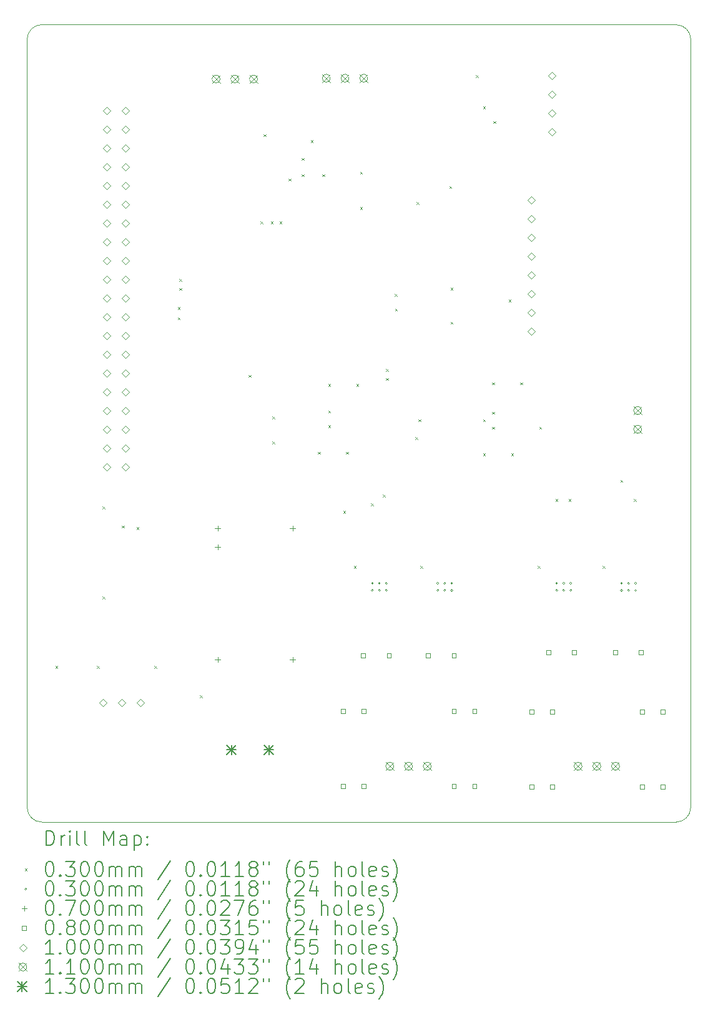
<source format=gbr>
%TF.GenerationSoftware,KiCad,Pcbnew,8.0.1-8.0.1-0~ubuntu23.10.1*%
%TF.CreationDate,2024-04-25T23:44:30+01:00*%
%TF.ProjectId,g5500-pidrive,67353530-302d-4706-9964-726976652e6b,rev?*%
%TF.SameCoordinates,Original*%
%TF.FileFunction,Drillmap*%
%TF.FilePolarity,Positive*%
%FSLAX45Y45*%
G04 Gerber Fmt 4.5, Leading zero omitted, Abs format (unit mm)*
G04 Created by KiCad (PCBNEW 8.0.1-8.0.1-0~ubuntu23.10.1) date 2024-04-25 23:44:30*
%MOMM*%
%LPD*%
G01*
G04 APERTURE LIST*
%ADD10C,0.050000*%
%ADD11C,0.200000*%
%ADD12C,0.100000*%
%ADD13C,0.110000*%
%ADD14C,0.130000*%
G04 APERTURE END LIST*
D10*
X12400000Y-3400000D02*
X12400000Y-13800000D01*
X12200000Y-3200000D02*
G75*
G02*
X12400000Y-3400000I0J-200000D01*
G01*
X12400000Y-13800000D02*
G75*
G02*
X12200000Y-14000000I-200000J0D01*
G01*
X3600000Y-14000000D02*
X12200000Y-14000000D01*
X3600000Y-14000000D02*
G75*
G02*
X3400000Y-13800000I0J200000D01*
G01*
X3400000Y-3400000D02*
G75*
G02*
X3600000Y-3200000I200000J0D01*
G01*
X3400000Y-3400000D02*
X3400000Y-13800000D01*
X3600000Y-3200000D02*
X12200000Y-3200000D01*
D11*
D12*
X3785000Y-11885000D02*
X3815000Y-11915000D01*
X3815000Y-11885000D02*
X3785000Y-11915000D01*
X4345000Y-11885000D02*
X4375000Y-11915000D01*
X4375000Y-11885000D02*
X4345000Y-11915000D01*
X4425000Y-9725000D02*
X4455000Y-9755000D01*
X4455000Y-9725000D02*
X4425000Y-9755000D01*
X4425000Y-10945000D02*
X4455000Y-10975000D01*
X4455000Y-10945000D02*
X4425000Y-10975000D01*
X4685000Y-9985000D02*
X4715000Y-10015000D01*
X4715000Y-9985000D02*
X4685000Y-10015000D01*
X4885000Y-10005000D02*
X4915000Y-10035000D01*
X4915000Y-10005000D02*
X4885000Y-10035000D01*
X5125000Y-11885000D02*
X5155000Y-11915000D01*
X5155000Y-11885000D02*
X5125000Y-11915000D01*
X5445000Y-7025000D02*
X5475000Y-7055000D01*
X5475000Y-7025000D02*
X5445000Y-7055000D01*
X5445000Y-7165000D02*
X5475000Y-7195000D01*
X5475000Y-7165000D02*
X5445000Y-7195000D01*
X5465000Y-6645000D02*
X5495000Y-6675000D01*
X5495000Y-6645000D02*
X5465000Y-6675000D01*
X5465000Y-6765000D02*
X5495000Y-6795000D01*
X5495000Y-6765000D02*
X5465000Y-6795000D01*
X5745000Y-12285000D02*
X5775000Y-12315000D01*
X5775000Y-12285000D02*
X5745000Y-12315000D01*
X6405000Y-7945000D02*
X6435000Y-7975000D01*
X6435000Y-7945000D02*
X6405000Y-7975000D01*
X6565000Y-5865000D02*
X6595000Y-5895000D01*
X6595000Y-5865000D02*
X6565000Y-5895000D01*
X6605000Y-4685000D02*
X6635000Y-4715000D01*
X6635000Y-4685000D02*
X6605000Y-4715000D01*
X6705000Y-5865000D02*
X6735000Y-5895000D01*
X6735000Y-5865000D02*
X6705000Y-5895000D01*
X6725000Y-8505000D02*
X6755000Y-8535000D01*
X6755000Y-8505000D02*
X6725000Y-8535000D01*
X6725000Y-8845000D02*
X6755000Y-8875000D01*
X6755000Y-8845000D02*
X6725000Y-8875000D01*
X6825000Y-5865000D02*
X6855000Y-5895000D01*
X6855000Y-5865000D02*
X6825000Y-5895000D01*
X6945000Y-5285000D02*
X6975000Y-5315000D01*
X6975000Y-5285000D02*
X6945000Y-5315000D01*
X7125000Y-5005000D02*
X7155000Y-5035000D01*
X7155000Y-5005000D02*
X7125000Y-5035000D01*
X7125000Y-5225000D02*
X7155000Y-5255000D01*
X7155000Y-5225000D02*
X7125000Y-5255000D01*
X7245000Y-4765000D02*
X7275000Y-4795000D01*
X7275000Y-4765000D02*
X7245000Y-4795000D01*
X7345000Y-8985000D02*
X7375000Y-9015000D01*
X7375000Y-8985000D02*
X7345000Y-9015000D01*
X7405000Y-5225000D02*
X7435000Y-5255000D01*
X7435000Y-5225000D02*
X7405000Y-5255000D01*
X7485000Y-8065000D02*
X7515000Y-8095000D01*
X7515000Y-8065000D02*
X7485000Y-8095000D01*
X7485000Y-8425000D02*
X7515000Y-8455000D01*
X7515000Y-8425000D02*
X7485000Y-8455000D01*
X7485000Y-8625000D02*
X7515000Y-8655000D01*
X7515000Y-8625000D02*
X7485000Y-8655000D01*
X7685000Y-9785000D02*
X7715000Y-9815000D01*
X7715000Y-9785000D02*
X7685000Y-9815000D01*
X7725000Y-8985000D02*
X7755000Y-9015000D01*
X7755000Y-8985000D02*
X7725000Y-9015000D01*
X7832000Y-10528500D02*
X7862000Y-10558500D01*
X7862000Y-10528500D02*
X7832000Y-10558500D01*
X7865000Y-8065000D02*
X7895000Y-8095000D01*
X7895000Y-8065000D02*
X7865000Y-8095000D01*
X7914375Y-5190625D02*
X7944375Y-5220625D01*
X7944375Y-5190625D02*
X7914375Y-5220625D01*
X7914375Y-5670625D02*
X7944375Y-5700625D01*
X7944375Y-5670625D02*
X7914375Y-5700625D01*
X8065000Y-9685000D02*
X8095000Y-9715000D01*
X8095000Y-9685000D02*
X8065000Y-9715000D01*
X8225000Y-9565000D02*
X8255000Y-9595000D01*
X8255000Y-9565000D02*
X8225000Y-9595000D01*
X8265000Y-7865000D02*
X8295000Y-7895000D01*
X8295000Y-7865000D02*
X8265000Y-7895000D01*
X8265000Y-7985000D02*
X8295000Y-8015000D01*
X8295000Y-7985000D02*
X8265000Y-8015000D01*
X8385000Y-6845000D02*
X8415000Y-6875000D01*
X8415000Y-6845000D02*
X8385000Y-6875000D01*
X8391000Y-7048000D02*
X8421000Y-7078000D01*
X8421000Y-7048000D02*
X8391000Y-7078000D01*
X8665000Y-8785000D02*
X8695000Y-8815000D01*
X8695000Y-8785000D02*
X8665000Y-8815000D01*
X8681250Y-5601250D02*
X8711250Y-5631250D01*
X8711250Y-5601250D02*
X8681250Y-5631250D01*
X8705000Y-8545000D02*
X8735000Y-8575000D01*
X8735000Y-8545000D02*
X8705000Y-8575000D01*
X8732000Y-10528500D02*
X8762000Y-10558500D01*
X8762000Y-10528500D02*
X8732000Y-10558500D01*
X9125000Y-5385000D02*
X9155000Y-5415000D01*
X9155000Y-5385000D02*
X9125000Y-5415000D01*
X9144750Y-6763000D02*
X9174750Y-6793000D01*
X9174750Y-6763000D02*
X9144750Y-6793000D01*
X9144750Y-7223000D02*
X9174750Y-7253000D01*
X9174750Y-7223000D02*
X9144750Y-7253000D01*
X9485000Y-3885000D02*
X9515000Y-3915000D01*
X9515000Y-3885000D02*
X9485000Y-3915000D01*
X9584000Y-9004000D02*
X9614000Y-9034000D01*
X9614000Y-9004000D02*
X9584000Y-9034000D01*
X9585000Y-4305000D02*
X9615000Y-4335000D01*
X9615000Y-4305000D02*
X9585000Y-4335000D01*
X9585000Y-8545000D02*
X9615000Y-8575000D01*
X9615000Y-8545000D02*
X9585000Y-8575000D01*
X9705000Y-8045000D02*
X9735000Y-8075000D01*
X9735000Y-8045000D02*
X9705000Y-8075000D01*
X9705000Y-8445000D02*
X9735000Y-8475000D01*
X9735000Y-8445000D02*
X9705000Y-8475000D01*
X9705000Y-8645000D02*
X9735000Y-8675000D01*
X9735000Y-8645000D02*
X9705000Y-8675000D01*
X9725000Y-4505000D02*
X9755000Y-4535000D01*
X9755000Y-4505000D02*
X9725000Y-4535000D01*
X9929750Y-6924250D02*
X9959750Y-6954250D01*
X9959750Y-6924250D02*
X9929750Y-6954250D01*
X9965000Y-9005000D02*
X9995000Y-9035000D01*
X9995000Y-9005000D02*
X9965000Y-9035000D01*
X10085000Y-8045000D02*
X10115000Y-8075000D01*
X10115000Y-8045000D02*
X10085000Y-8075000D01*
X10325000Y-10528500D02*
X10355000Y-10558500D01*
X10355000Y-10528500D02*
X10325000Y-10558500D01*
X10346000Y-8646000D02*
X10376000Y-8676000D01*
X10376000Y-8646000D02*
X10346000Y-8676000D01*
X10566500Y-9626500D02*
X10596500Y-9656500D01*
X10596500Y-9626500D02*
X10566500Y-9656500D01*
X10745000Y-9625000D02*
X10775000Y-9655000D01*
X10775000Y-9625000D02*
X10745000Y-9655000D01*
X11205000Y-10528500D02*
X11235000Y-10558500D01*
X11235000Y-10528500D02*
X11205000Y-10558500D01*
X11445000Y-9365000D02*
X11475000Y-9395000D01*
X11475000Y-9365000D02*
X11445000Y-9395000D01*
X11626500Y-9626500D02*
X11656500Y-9656500D01*
X11656500Y-9626500D02*
X11626500Y-9656500D01*
X8096500Y-10766000D02*
G75*
G02*
X8066500Y-10766000I-15000J0D01*
G01*
X8066500Y-10766000D02*
G75*
G02*
X8096500Y-10766000I15000J0D01*
G01*
X8096500Y-10861000D02*
G75*
G02*
X8066500Y-10861000I-15000J0D01*
G01*
X8066500Y-10861000D02*
G75*
G02*
X8096500Y-10861000I15000J0D01*
G01*
X8191500Y-10766000D02*
G75*
G02*
X8161500Y-10766000I-15000J0D01*
G01*
X8161500Y-10766000D02*
G75*
G02*
X8191500Y-10766000I15000J0D01*
G01*
X8191500Y-10861000D02*
G75*
G02*
X8161500Y-10861000I-15000J0D01*
G01*
X8161500Y-10861000D02*
G75*
G02*
X8191500Y-10861000I15000J0D01*
G01*
X8286500Y-10766000D02*
G75*
G02*
X8256500Y-10766000I-15000J0D01*
G01*
X8256500Y-10766000D02*
G75*
G02*
X8286500Y-10766000I15000J0D01*
G01*
X8286500Y-10861000D02*
G75*
G02*
X8256500Y-10861000I-15000J0D01*
G01*
X8256500Y-10861000D02*
G75*
G02*
X8286500Y-10861000I15000J0D01*
G01*
X8983500Y-10766000D02*
G75*
G02*
X8953500Y-10766000I-15000J0D01*
G01*
X8953500Y-10766000D02*
G75*
G02*
X8983500Y-10766000I15000J0D01*
G01*
X8983500Y-10861000D02*
G75*
G02*
X8953500Y-10861000I-15000J0D01*
G01*
X8953500Y-10861000D02*
G75*
G02*
X8983500Y-10861000I15000J0D01*
G01*
X9078500Y-10766000D02*
G75*
G02*
X9048500Y-10766000I-15000J0D01*
G01*
X9048500Y-10766000D02*
G75*
G02*
X9078500Y-10766000I15000J0D01*
G01*
X9078500Y-10861000D02*
G75*
G02*
X9048500Y-10861000I-15000J0D01*
G01*
X9048500Y-10861000D02*
G75*
G02*
X9078500Y-10861000I15000J0D01*
G01*
X9173500Y-10766000D02*
G75*
G02*
X9143500Y-10766000I-15000J0D01*
G01*
X9143500Y-10766000D02*
G75*
G02*
X9173500Y-10766000I15000J0D01*
G01*
X9173500Y-10861000D02*
G75*
G02*
X9143500Y-10861000I-15000J0D01*
G01*
X9143500Y-10861000D02*
G75*
G02*
X9173500Y-10861000I15000J0D01*
G01*
X10596500Y-10766000D02*
G75*
G02*
X10566500Y-10766000I-15000J0D01*
G01*
X10566500Y-10766000D02*
G75*
G02*
X10596500Y-10766000I15000J0D01*
G01*
X10596500Y-10861000D02*
G75*
G02*
X10566500Y-10861000I-15000J0D01*
G01*
X10566500Y-10861000D02*
G75*
G02*
X10596500Y-10861000I15000J0D01*
G01*
X10691500Y-10766000D02*
G75*
G02*
X10661500Y-10766000I-15000J0D01*
G01*
X10661500Y-10766000D02*
G75*
G02*
X10691500Y-10766000I15000J0D01*
G01*
X10691500Y-10861000D02*
G75*
G02*
X10661500Y-10861000I-15000J0D01*
G01*
X10661500Y-10861000D02*
G75*
G02*
X10691500Y-10861000I15000J0D01*
G01*
X10786500Y-10766000D02*
G75*
G02*
X10756500Y-10766000I-15000J0D01*
G01*
X10756500Y-10766000D02*
G75*
G02*
X10786500Y-10766000I15000J0D01*
G01*
X10786500Y-10861000D02*
G75*
G02*
X10756500Y-10861000I-15000J0D01*
G01*
X10756500Y-10861000D02*
G75*
G02*
X10786500Y-10861000I15000J0D01*
G01*
X11476500Y-10766000D02*
G75*
G02*
X11446500Y-10766000I-15000J0D01*
G01*
X11446500Y-10766000D02*
G75*
G02*
X11476500Y-10766000I15000J0D01*
G01*
X11476500Y-10861000D02*
G75*
G02*
X11446500Y-10861000I-15000J0D01*
G01*
X11446500Y-10861000D02*
G75*
G02*
X11476500Y-10861000I15000J0D01*
G01*
X11571500Y-10766000D02*
G75*
G02*
X11541500Y-10766000I-15000J0D01*
G01*
X11541500Y-10766000D02*
G75*
G02*
X11571500Y-10766000I15000J0D01*
G01*
X11571500Y-10861000D02*
G75*
G02*
X11541500Y-10861000I-15000J0D01*
G01*
X11541500Y-10861000D02*
G75*
G02*
X11571500Y-10861000I15000J0D01*
G01*
X11666500Y-10766000D02*
G75*
G02*
X11636500Y-10766000I-15000J0D01*
G01*
X11636500Y-10766000D02*
G75*
G02*
X11666500Y-10766000I15000J0D01*
G01*
X11666500Y-10861000D02*
G75*
G02*
X11636500Y-10861000I-15000J0D01*
G01*
X11636500Y-10861000D02*
G75*
G02*
X11666500Y-10861000I15000J0D01*
G01*
X5984000Y-9987000D02*
X5984000Y-10057000D01*
X5949000Y-10022000D02*
X6019000Y-10022000D01*
X5984000Y-10241000D02*
X5984000Y-10311000D01*
X5949000Y-10276000D02*
X6019000Y-10276000D01*
X5984000Y-11765000D02*
X5984000Y-11835000D01*
X5949000Y-11800000D02*
X6019000Y-11800000D01*
X7000000Y-9987000D02*
X7000000Y-10057000D01*
X6965000Y-10022000D02*
X7035000Y-10022000D01*
X7000000Y-11765000D02*
X7000000Y-11835000D01*
X6965000Y-11800000D02*
X7035000Y-11800000D01*
X7715284Y-12523784D02*
X7715284Y-12467215D01*
X7658715Y-12467215D01*
X7658715Y-12523784D01*
X7715284Y-12523784D01*
X7715284Y-13539784D02*
X7715284Y-13483215D01*
X7658715Y-13483215D01*
X7658715Y-13539784D01*
X7715284Y-13539784D01*
X7985284Y-11771784D02*
X7985284Y-11715215D01*
X7928715Y-11715215D01*
X7928715Y-11771784D01*
X7985284Y-11771784D01*
X7995284Y-12523784D02*
X7995284Y-12467215D01*
X7938715Y-12467215D01*
X7938715Y-12523784D01*
X7995284Y-12523784D01*
X7995284Y-13539784D02*
X7995284Y-13483215D01*
X7938715Y-13483215D01*
X7938715Y-13539784D01*
X7995284Y-13539784D01*
X8335284Y-11771784D02*
X8335284Y-11715215D01*
X8278715Y-11715215D01*
X8278715Y-11771784D01*
X8335284Y-11771784D01*
X8865285Y-11771784D02*
X8865285Y-11715215D01*
X8808716Y-11715215D01*
X8808716Y-11771784D01*
X8865285Y-11771784D01*
X9215285Y-11771784D02*
X9215285Y-11715215D01*
X9158716Y-11715215D01*
X9158716Y-11771784D01*
X9215285Y-11771784D01*
X9215285Y-12523784D02*
X9215285Y-12467215D01*
X9158716Y-12467215D01*
X9158716Y-12523784D01*
X9215285Y-12523784D01*
X9215285Y-13539784D02*
X9215285Y-13483215D01*
X9158716Y-13483215D01*
X9158716Y-13539784D01*
X9215285Y-13539784D01*
X9495285Y-12523784D02*
X9495285Y-12467215D01*
X9438716Y-12467215D01*
X9438716Y-12523784D01*
X9495285Y-12523784D01*
X9495285Y-13539784D02*
X9495285Y-13483215D01*
X9438716Y-13483215D01*
X9438716Y-13539784D01*
X9495285Y-13539784D01*
X10268285Y-12535784D02*
X10268285Y-12479215D01*
X10211716Y-12479215D01*
X10211716Y-12535784D01*
X10268285Y-12535784D01*
X10268285Y-13551784D02*
X10268285Y-13495215D01*
X10211716Y-13495215D01*
X10211716Y-13551784D01*
X10268285Y-13551784D01*
X10498285Y-11731784D02*
X10498285Y-11675215D01*
X10441716Y-11675215D01*
X10441716Y-11731784D01*
X10498285Y-11731784D01*
X10548285Y-12535784D02*
X10548285Y-12479215D01*
X10491716Y-12479215D01*
X10491716Y-12535784D01*
X10548285Y-12535784D01*
X10548285Y-13551784D02*
X10548285Y-13495215D01*
X10491716Y-13495215D01*
X10491716Y-13551784D01*
X10548285Y-13551784D01*
X10848285Y-11731784D02*
X10848285Y-11675215D01*
X10791716Y-11675215D01*
X10791716Y-11731784D01*
X10848285Y-11731784D01*
X11402784Y-11731784D02*
X11402784Y-11675215D01*
X11346215Y-11675215D01*
X11346215Y-11731784D01*
X11402784Y-11731784D01*
X11752784Y-11731784D02*
X11752784Y-11675215D01*
X11696215Y-11675215D01*
X11696215Y-11731784D01*
X11752784Y-11731784D01*
X11768284Y-12535784D02*
X11768284Y-12479215D01*
X11711715Y-12479215D01*
X11711715Y-12535784D01*
X11768284Y-12535784D01*
X11768284Y-13551784D02*
X11768284Y-13495215D01*
X11711715Y-13495215D01*
X11711715Y-13551784D01*
X11768284Y-13551784D01*
X12048284Y-12535784D02*
X12048284Y-12479215D01*
X11991715Y-12479215D01*
X11991715Y-12535784D01*
X12048284Y-12535784D01*
X12048284Y-13551784D02*
X12048284Y-13495215D01*
X11991715Y-13495215D01*
X11991715Y-13551784D01*
X12048284Y-13551784D01*
X4426000Y-12430000D02*
X4476000Y-12380000D01*
X4426000Y-12330000D01*
X4376000Y-12380000D01*
X4426000Y-12430000D01*
X4480000Y-4418000D02*
X4530000Y-4368000D01*
X4480000Y-4318000D01*
X4430000Y-4368000D01*
X4480000Y-4418000D01*
X4480000Y-4672000D02*
X4530000Y-4622000D01*
X4480000Y-4572000D01*
X4430000Y-4622000D01*
X4480000Y-4672000D01*
X4480000Y-4926000D02*
X4530000Y-4876000D01*
X4480000Y-4826000D01*
X4430000Y-4876000D01*
X4480000Y-4926000D01*
X4480000Y-5180000D02*
X4530000Y-5130000D01*
X4480000Y-5080000D01*
X4430000Y-5130000D01*
X4480000Y-5180000D01*
X4480000Y-5434000D02*
X4530000Y-5384000D01*
X4480000Y-5334000D01*
X4430000Y-5384000D01*
X4480000Y-5434000D01*
X4480000Y-5688000D02*
X4530000Y-5638000D01*
X4480000Y-5588000D01*
X4430000Y-5638000D01*
X4480000Y-5688000D01*
X4480000Y-5942000D02*
X4530000Y-5892000D01*
X4480000Y-5842000D01*
X4430000Y-5892000D01*
X4480000Y-5942000D01*
X4480000Y-6196000D02*
X4530000Y-6146000D01*
X4480000Y-6096000D01*
X4430000Y-6146000D01*
X4480000Y-6196000D01*
X4480000Y-6450000D02*
X4530000Y-6400000D01*
X4480000Y-6350000D01*
X4430000Y-6400000D01*
X4480000Y-6450000D01*
X4480000Y-6704000D02*
X4530000Y-6654000D01*
X4480000Y-6604000D01*
X4430000Y-6654000D01*
X4480000Y-6704000D01*
X4480000Y-6958000D02*
X4530000Y-6908000D01*
X4480000Y-6858000D01*
X4430000Y-6908000D01*
X4480000Y-6958000D01*
X4480000Y-7212000D02*
X4530000Y-7162000D01*
X4480000Y-7112000D01*
X4430000Y-7162000D01*
X4480000Y-7212000D01*
X4480000Y-7466000D02*
X4530000Y-7416000D01*
X4480000Y-7366000D01*
X4430000Y-7416000D01*
X4480000Y-7466000D01*
X4480000Y-7720000D02*
X4530000Y-7670000D01*
X4480000Y-7620000D01*
X4430000Y-7670000D01*
X4480000Y-7720000D01*
X4480000Y-7974000D02*
X4530000Y-7924000D01*
X4480000Y-7874000D01*
X4430000Y-7924000D01*
X4480000Y-7974000D01*
X4480000Y-8228000D02*
X4530000Y-8178000D01*
X4480000Y-8128000D01*
X4430000Y-8178000D01*
X4480000Y-8228000D01*
X4480000Y-8482000D02*
X4530000Y-8432000D01*
X4480000Y-8382000D01*
X4430000Y-8432000D01*
X4480000Y-8482000D01*
X4480000Y-8736000D02*
X4530000Y-8686000D01*
X4480000Y-8636000D01*
X4430000Y-8686000D01*
X4480000Y-8736000D01*
X4480000Y-8990000D02*
X4530000Y-8940000D01*
X4480000Y-8890000D01*
X4430000Y-8940000D01*
X4480000Y-8990000D01*
X4480000Y-9244000D02*
X4530000Y-9194000D01*
X4480000Y-9144000D01*
X4430000Y-9194000D01*
X4480000Y-9244000D01*
X4680000Y-12430000D02*
X4730000Y-12380000D01*
X4680000Y-12330000D01*
X4630000Y-12380000D01*
X4680000Y-12430000D01*
X4734000Y-4418000D02*
X4784000Y-4368000D01*
X4734000Y-4318000D01*
X4684000Y-4368000D01*
X4734000Y-4418000D01*
X4734000Y-4672000D02*
X4784000Y-4622000D01*
X4734000Y-4572000D01*
X4684000Y-4622000D01*
X4734000Y-4672000D01*
X4734000Y-4926000D02*
X4784000Y-4876000D01*
X4734000Y-4826000D01*
X4684000Y-4876000D01*
X4734000Y-4926000D01*
X4734000Y-5180000D02*
X4784000Y-5130000D01*
X4734000Y-5080000D01*
X4684000Y-5130000D01*
X4734000Y-5180000D01*
X4734000Y-5434000D02*
X4784000Y-5384000D01*
X4734000Y-5334000D01*
X4684000Y-5384000D01*
X4734000Y-5434000D01*
X4734000Y-5688000D02*
X4784000Y-5638000D01*
X4734000Y-5588000D01*
X4684000Y-5638000D01*
X4734000Y-5688000D01*
X4734000Y-5942000D02*
X4784000Y-5892000D01*
X4734000Y-5842000D01*
X4684000Y-5892000D01*
X4734000Y-5942000D01*
X4734000Y-6196000D02*
X4784000Y-6146000D01*
X4734000Y-6096000D01*
X4684000Y-6146000D01*
X4734000Y-6196000D01*
X4734000Y-6450000D02*
X4784000Y-6400000D01*
X4734000Y-6350000D01*
X4684000Y-6400000D01*
X4734000Y-6450000D01*
X4734000Y-6704000D02*
X4784000Y-6654000D01*
X4734000Y-6604000D01*
X4684000Y-6654000D01*
X4734000Y-6704000D01*
X4734000Y-6958000D02*
X4784000Y-6908000D01*
X4734000Y-6858000D01*
X4684000Y-6908000D01*
X4734000Y-6958000D01*
X4734000Y-7212000D02*
X4784000Y-7162000D01*
X4734000Y-7112000D01*
X4684000Y-7162000D01*
X4734000Y-7212000D01*
X4734000Y-7466000D02*
X4784000Y-7416000D01*
X4734000Y-7366000D01*
X4684000Y-7416000D01*
X4734000Y-7466000D01*
X4734000Y-7720000D02*
X4784000Y-7670000D01*
X4734000Y-7620000D01*
X4684000Y-7670000D01*
X4734000Y-7720000D01*
X4734000Y-7974000D02*
X4784000Y-7924000D01*
X4734000Y-7874000D01*
X4684000Y-7924000D01*
X4734000Y-7974000D01*
X4734000Y-8228000D02*
X4784000Y-8178000D01*
X4734000Y-8128000D01*
X4684000Y-8178000D01*
X4734000Y-8228000D01*
X4734000Y-8482000D02*
X4784000Y-8432000D01*
X4734000Y-8382000D01*
X4684000Y-8432000D01*
X4734000Y-8482000D01*
X4734000Y-8736000D02*
X4784000Y-8686000D01*
X4734000Y-8636000D01*
X4684000Y-8686000D01*
X4734000Y-8736000D01*
X4734000Y-8990000D02*
X4784000Y-8940000D01*
X4734000Y-8890000D01*
X4684000Y-8940000D01*
X4734000Y-8990000D01*
X4734000Y-9244000D02*
X4784000Y-9194000D01*
X4734000Y-9144000D01*
X4684000Y-9194000D01*
X4734000Y-9244000D01*
X4934000Y-12430000D02*
X4984000Y-12380000D01*
X4934000Y-12330000D01*
X4884000Y-12380000D01*
X4934000Y-12430000D01*
X10240000Y-5623250D02*
X10290000Y-5573250D01*
X10240000Y-5523250D01*
X10190000Y-5573250D01*
X10240000Y-5623250D01*
X10240000Y-5877250D02*
X10290000Y-5827250D01*
X10240000Y-5777250D01*
X10190000Y-5827250D01*
X10240000Y-5877250D01*
X10240000Y-6131250D02*
X10290000Y-6081250D01*
X10240000Y-6031250D01*
X10190000Y-6081250D01*
X10240000Y-6131250D01*
X10240000Y-6385250D02*
X10290000Y-6335250D01*
X10240000Y-6285250D01*
X10190000Y-6335250D01*
X10240000Y-6385250D01*
X10240000Y-6639250D02*
X10290000Y-6589250D01*
X10240000Y-6539250D01*
X10190000Y-6589250D01*
X10240000Y-6639250D01*
X10240000Y-6893250D02*
X10290000Y-6843250D01*
X10240000Y-6793250D01*
X10190000Y-6843250D01*
X10240000Y-6893250D01*
X10240000Y-7147250D02*
X10290000Y-7097250D01*
X10240000Y-7047250D01*
X10190000Y-7097250D01*
X10240000Y-7147250D01*
X10240000Y-7401250D02*
X10290000Y-7351250D01*
X10240000Y-7301250D01*
X10190000Y-7351250D01*
X10240000Y-7401250D01*
X10520000Y-3942000D02*
X10570000Y-3892000D01*
X10520000Y-3842000D01*
X10470000Y-3892000D01*
X10520000Y-3942000D01*
X10520000Y-4196000D02*
X10570000Y-4146000D01*
X10520000Y-4096000D01*
X10470000Y-4146000D01*
X10520000Y-4196000D01*
X10520000Y-4450000D02*
X10570000Y-4400000D01*
X10520000Y-4350000D01*
X10470000Y-4400000D01*
X10520000Y-4450000D01*
X10520000Y-4704000D02*
X10570000Y-4654000D01*
X10520000Y-4604000D01*
X10470000Y-4654000D01*
X10520000Y-4704000D01*
D13*
X5907000Y-3880750D02*
X6017000Y-3990750D01*
X6017000Y-3880750D02*
X5907000Y-3990750D01*
X6017000Y-3935750D02*
G75*
G02*
X5907000Y-3935750I-55000J0D01*
G01*
X5907000Y-3935750D02*
G75*
G02*
X6017000Y-3935750I55000J0D01*
G01*
X6161000Y-3880750D02*
X6271000Y-3990750D01*
X6271000Y-3880750D02*
X6161000Y-3990750D01*
X6271000Y-3935750D02*
G75*
G02*
X6161000Y-3935750I-55000J0D01*
G01*
X6161000Y-3935750D02*
G75*
G02*
X6271000Y-3935750I55000J0D01*
G01*
X6415000Y-3880750D02*
X6525000Y-3990750D01*
X6525000Y-3880750D02*
X6415000Y-3990750D01*
X6525000Y-3935750D02*
G75*
G02*
X6415000Y-3935750I-55000J0D01*
G01*
X6415000Y-3935750D02*
G75*
G02*
X6525000Y-3935750I55000J0D01*
G01*
X7402250Y-3870750D02*
X7512250Y-3980750D01*
X7512250Y-3870750D02*
X7402250Y-3980750D01*
X7512250Y-3925750D02*
G75*
G02*
X7402250Y-3925750I-55000J0D01*
G01*
X7402250Y-3925750D02*
G75*
G02*
X7512250Y-3925750I55000J0D01*
G01*
X7656250Y-3870750D02*
X7766250Y-3980750D01*
X7766250Y-3870750D02*
X7656250Y-3980750D01*
X7766250Y-3925750D02*
G75*
G02*
X7656250Y-3925750I-55000J0D01*
G01*
X7656250Y-3925750D02*
G75*
G02*
X7766250Y-3925750I55000J0D01*
G01*
X7910250Y-3870750D02*
X8020250Y-3980750D01*
X8020250Y-3870750D02*
X7910250Y-3980750D01*
X8020250Y-3925750D02*
G75*
G02*
X7910250Y-3925750I-55000J0D01*
G01*
X7910250Y-3925750D02*
G75*
G02*
X8020250Y-3925750I55000J0D01*
G01*
X8264000Y-13188500D02*
X8374000Y-13298500D01*
X8374000Y-13188500D02*
X8264000Y-13298500D01*
X8374000Y-13243500D02*
G75*
G02*
X8264000Y-13243500I-55000J0D01*
G01*
X8264000Y-13243500D02*
G75*
G02*
X8374000Y-13243500I55000J0D01*
G01*
X8518000Y-13188500D02*
X8628000Y-13298500D01*
X8628000Y-13188500D02*
X8518000Y-13298500D01*
X8628000Y-13243500D02*
G75*
G02*
X8518000Y-13243500I-55000J0D01*
G01*
X8518000Y-13243500D02*
G75*
G02*
X8628000Y-13243500I55000J0D01*
G01*
X8772000Y-13188500D02*
X8882000Y-13298500D01*
X8882000Y-13188500D02*
X8772000Y-13298500D01*
X8882000Y-13243500D02*
G75*
G02*
X8772000Y-13243500I-55000J0D01*
G01*
X8772000Y-13243500D02*
G75*
G02*
X8882000Y-13243500I55000J0D01*
G01*
X10817000Y-13188500D02*
X10927000Y-13298500D01*
X10927000Y-13188500D02*
X10817000Y-13298500D01*
X10927000Y-13243500D02*
G75*
G02*
X10817000Y-13243500I-55000J0D01*
G01*
X10817000Y-13243500D02*
G75*
G02*
X10927000Y-13243500I55000J0D01*
G01*
X11071000Y-13188500D02*
X11181000Y-13298500D01*
X11181000Y-13188500D02*
X11071000Y-13298500D01*
X11181000Y-13243500D02*
G75*
G02*
X11071000Y-13243500I-55000J0D01*
G01*
X11071000Y-13243500D02*
G75*
G02*
X11181000Y-13243500I55000J0D01*
G01*
X11325000Y-13188500D02*
X11435000Y-13298500D01*
X11435000Y-13188500D02*
X11325000Y-13298500D01*
X11435000Y-13243500D02*
G75*
G02*
X11325000Y-13243500I-55000J0D01*
G01*
X11325000Y-13243500D02*
G75*
G02*
X11435000Y-13243500I55000J0D01*
G01*
X11625000Y-8371000D02*
X11735000Y-8481000D01*
X11735000Y-8371000D02*
X11625000Y-8481000D01*
X11735000Y-8426000D02*
G75*
G02*
X11625000Y-8426000I-55000J0D01*
G01*
X11625000Y-8426000D02*
G75*
G02*
X11735000Y-8426000I55000J0D01*
G01*
X11625000Y-8625000D02*
X11735000Y-8735000D01*
X11735000Y-8625000D02*
X11625000Y-8735000D01*
X11735000Y-8680000D02*
G75*
G02*
X11625000Y-8680000I-55000J0D01*
G01*
X11625000Y-8680000D02*
G75*
G02*
X11735000Y-8680000I55000J0D01*
G01*
D14*
X6107000Y-12955000D02*
X6237000Y-13085000D01*
X6237000Y-12955000D02*
X6107000Y-13085000D01*
X6172000Y-12955000D02*
X6172000Y-13085000D01*
X6107000Y-13020000D02*
X6237000Y-13020000D01*
X6615000Y-12955000D02*
X6745000Y-13085000D01*
X6745000Y-12955000D02*
X6615000Y-13085000D01*
X6680000Y-12955000D02*
X6680000Y-13085000D01*
X6615000Y-13020000D02*
X6745000Y-13020000D01*
D11*
X3658277Y-14313984D02*
X3658277Y-14113984D01*
X3658277Y-14113984D02*
X3705896Y-14113984D01*
X3705896Y-14113984D02*
X3734467Y-14123508D01*
X3734467Y-14123508D02*
X3753515Y-14142555D01*
X3753515Y-14142555D02*
X3763039Y-14161603D01*
X3763039Y-14161603D02*
X3772562Y-14199698D01*
X3772562Y-14199698D02*
X3772562Y-14228269D01*
X3772562Y-14228269D02*
X3763039Y-14266365D01*
X3763039Y-14266365D02*
X3753515Y-14285412D01*
X3753515Y-14285412D02*
X3734467Y-14304460D01*
X3734467Y-14304460D02*
X3705896Y-14313984D01*
X3705896Y-14313984D02*
X3658277Y-14313984D01*
X3858277Y-14313984D02*
X3858277Y-14180650D01*
X3858277Y-14218746D02*
X3867801Y-14199698D01*
X3867801Y-14199698D02*
X3877324Y-14190174D01*
X3877324Y-14190174D02*
X3896372Y-14180650D01*
X3896372Y-14180650D02*
X3915420Y-14180650D01*
X3982086Y-14313984D02*
X3982086Y-14180650D01*
X3982086Y-14113984D02*
X3972562Y-14123508D01*
X3972562Y-14123508D02*
X3982086Y-14133031D01*
X3982086Y-14133031D02*
X3991610Y-14123508D01*
X3991610Y-14123508D02*
X3982086Y-14113984D01*
X3982086Y-14113984D02*
X3982086Y-14133031D01*
X4105896Y-14313984D02*
X4086848Y-14304460D01*
X4086848Y-14304460D02*
X4077324Y-14285412D01*
X4077324Y-14285412D02*
X4077324Y-14113984D01*
X4210658Y-14313984D02*
X4191610Y-14304460D01*
X4191610Y-14304460D02*
X4182086Y-14285412D01*
X4182086Y-14285412D02*
X4182086Y-14113984D01*
X4439229Y-14313984D02*
X4439229Y-14113984D01*
X4439229Y-14113984D02*
X4505896Y-14256841D01*
X4505896Y-14256841D02*
X4572563Y-14113984D01*
X4572563Y-14113984D02*
X4572563Y-14313984D01*
X4753515Y-14313984D02*
X4753515Y-14209222D01*
X4753515Y-14209222D02*
X4743991Y-14190174D01*
X4743991Y-14190174D02*
X4724944Y-14180650D01*
X4724944Y-14180650D02*
X4686848Y-14180650D01*
X4686848Y-14180650D02*
X4667801Y-14190174D01*
X4753515Y-14304460D02*
X4734467Y-14313984D01*
X4734467Y-14313984D02*
X4686848Y-14313984D01*
X4686848Y-14313984D02*
X4667801Y-14304460D01*
X4667801Y-14304460D02*
X4658277Y-14285412D01*
X4658277Y-14285412D02*
X4658277Y-14266365D01*
X4658277Y-14266365D02*
X4667801Y-14247317D01*
X4667801Y-14247317D02*
X4686848Y-14237793D01*
X4686848Y-14237793D02*
X4734467Y-14237793D01*
X4734467Y-14237793D02*
X4753515Y-14228269D01*
X4848753Y-14180650D02*
X4848753Y-14380650D01*
X4848753Y-14190174D02*
X4867801Y-14180650D01*
X4867801Y-14180650D02*
X4905896Y-14180650D01*
X4905896Y-14180650D02*
X4924944Y-14190174D01*
X4924944Y-14190174D02*
X4934467Y-14199698D01*
X4934467Y-14199698D02*
X4943991Y-14218746D01*
X4943991Y-14218746D02*
X4943991Y-14275888D01*
X4943991Y-14275888D02*
X4934467Y-14294936D01*
X4934467Y-14294936D02*
X4924944Y-14304460D01*
X4924944Y-14304460D02*
X4905896Y-14313984D01*
X4905896Y-14313984D02*
X4867801Y-14313984D01*
X4867801Y-14313984D02*
X4848753Y-14304460D01*
X5029705Y-14294936D02*
X5039229Y-14304460D01*
X5039229Y-14304460D02*
X5029705Y-14313984D01*
X5029705Y-14313984D02*
X5020182Y-14304460D01*
X5020182Y-14304460D02*
X5029705Y-14294936D01*
X5029705Y-14294936D02*
X5029705Y-14313984D01*
X5029705Y-14190174D02*
X5039229Y-14199698D01*
X5039229Y-14199698D02*
X5029705Y-14209222D01*
X5029705Y-14209222D02*
X5020182Y-14199698D01*
X5020182Y-14199698D02*
X5029705Y-14190174D01*
X5029705Y-14190174D02*
X5029705Y-14209222D01*
D12*
X3367500Y-14627500D02*
X3397500Y-14657500D01*
X3397500Y-14627500D02*
X3367500Y-14657500D01*
D11*
X3696372Y-14533984D02*
X3715420Y-14533984D01*
X3715420Y-14533984D02*
X3734467Y-14543508D01*
X3734467Y-14543508D02*
X3743991Y-14553031D01*
X3743991Y-14553031D02*
X3753515Y-14572079D01*
X3753515Y-14572079D02*
X3763039Y-14610174D01*
X3763039Y-14610174D02*
X3763039Y-14657793D01*
X3763039Y-14657793D02*
X3753515Y-14695888D01*
X3753515Y-14695888D02*
X3743991Y-14714936D01*
X3743991Y-14714936D02*
X3734467Y-14724460D01*
X3734467Y-14724460D02*
X3715420Y-14733984D01*
X3715420Y-14733984D02*
X3696372Y-14733984D01*
X3696372Y-14733984D02*
X3677324Y-14724460D01*
X3677324Y-14724460D02*
X3667801Y-14714936D01*
X3667801Y-14714936D02*
X3658277Y-14695888D01*
X3658277Y-14695888D02*
X3648753Y-14657793D01*
X3648753Y-14657793D02*
X3648753Y-14610174D01*
X3648753Y-14610174D02*
X3658277Y-14572079D01*
X3658277Y-14572079D02*
X3667801Y-14553031D01*
X3667801Y-14553031D02*
X3677324Y-14543508D01*
X3677324Y-14543508D02*
X3696372Y-14533984D01*
X3848753Y-14714936D02*
X3858277Y-14724460D01*
X3858277Y-14724460D02*
X3848753Y-14733984D01*
X3848753Y-14733984D02*
X3839229Y-14724460D01*
X3839229Y-14724460D02*
X3848753Y-14714936D01*
X3848753Y-14714936D02*
X3848753Y-14733984D01*
X3924943Y-14533984D02*
X4048753Y-14533984D01*
X4048753Y-14533984D02*
X3982086Y-14610174D01*
X3982086Y-14610174D02*
X4010658Y-14610174D01*
X4010658Y-14610174D02*
X4029705Y-14619698D01*
X4029705Y-14619698D02*
X4039229Y-14629222D01*
X4039229Y-14629222D02*
X4048753Y-14648269D01*
X4048753Y-14648269D02*
X4048753Y-14695888D01*
X4048753Y-14695888D02*
X4039229Y-14714936D01*
X4039229Y-14714936D02*
X4029705Y-14724460D01*
X4029705Y-14724460D02*
X4010658Y-14733984D01*
X4010658Y-14733984D02*
X3953515Y-14733984D01*
X3953515Y-14733984D02*
X3934467Y-14724460D01*
X3934467Y-14724460D02*
X3924943Y-14714936D01*
X4172562Y-14533984D02*
X4191610Y-14533984D01*
X4191610Y-14533984D02*
X4210658Y-14543508D01*
X4210658Y-14543508D02*
X4220182Y-14553031D01*
X4220182Y-14553031D02*
X4229705Y-14572079D01*
X4229705Y-14572079D02*
X4239229Y-14610174D01*
X4239229Y-14610174D02*
X4239229Y-14657793D01*
X4239229Y-14657793D02*
X4229705Y-14695888D01*
X4229705Y-14695888D02*
X4220182Y-14714936D01*
X4220182Y-14714936D02*
X4210658Y-14724460D01*
X4210658Y-14724460D02*
X4191610Y-14733984D01*
X4191610Y-14733984D02*
X4172562Y-14733984D01*
X4172562Y-14733984D02*
X4153515Y-14724460D01*
X4153515Y-14724460D02*
X4143991Y-14714936D01*
X4143991Y-14714936D02*
X4134467Y-14695888D01*
X4134467Y-14695888D02*
X4124943Y-14657793D01*
X4124943Y-14657793D02*
X4124943Y-14610174D01*
X4124943Y-14610174D02*
X4134467Y-14572079D01*
X4134467Y-14572079D02*
X4143991Y-14553031D01*
X4143991Y-14553031D02*
X4153515Y-14543508D01*
X4153515Y-14543508D02*
X4172562Y-14533984D01*
X4363039Y-14533984D02*
X4382086Y-14533984D01*
X4382086Y-14533984D02*
X4401134Y-14543508D01*
X4401134Y-14543508D02*
X4410658Y-14553031D01*
X4410658Y-14553031D02*
X4420182Y-14572079D01*
X4420182Y-14572079D02*
X4429705Y-14610174D01*
X4429705Y-14610174D02*
X4429705Y-14657793D01*
X4429705Y-14657793D02*
X4420182Y-14695888D01*
X4420182Y-14695888D02*
X4410658Y-14714936D01*
X4410658Y-14714936D02*
X4401134Y-14724460D01*
X4401134Y-14724460D02*
X4382086Y-14733984D01*
X4382086Y-14733984D02*
X4363039Y-14733984D01*
X4363039Y-14733984D02*
X4343991Y-14724460D01*
X4343991Y-14724460D02*
X4334467Y-14714936D01*
X4334467Y-14714936D02*
X4324944Y-14695888D01*
X4324944Y-14695888D02*
X4315420Y-14657793D01*
X4315420Y-14657793D02*
X4315420Y-14610174D01*
X4315420Y-14610174D02*
X4324944Y-14572079D01*
X4324944Y-14572079D02*
X4334467Y-14553031D01*
X4334467Y-14553031D02*
X4343991Y-14543508D01*
X4343991Y-14543508D02*
X4363039Y-14533984D01*
X4515420Y-14733984D02*
X4515420Y-14600650D01*
X4515420Y-14619698D02*
X4524944Y-14610174D01*
X4524944Y-14610174D02*
X4543991Y-14600650D01*
X4543991Y-14600650D02*
X4572563Y-14600650D01*
X4572563Y-14600650D02*
X4591610Y-14610174D01*
X4591610Y-14610174D02*
X4601134Y-14629222D01*
X4601134Y-14629222D02*
X4601134Y-14733984D01*
X4601134Y-14629222D02*
X4610658Y-14610174D01*
X4610658Y-14610174D02*
X4629705Y-14600650D01*
X4629705Y-14600650D02*
X4658277Y-14600650D01*
X4658277Y-14600650D02*
X4677325Y-14610174D01*
X4677325Y-14610174D02*
X4686848Y-14629222D01*
X4686848Y-14629222D02*
X4686848Y-14733984D01*
X4782086Y-14733984D02*
X4782086Y-14600650D01*
X4782086Y-14619698D02*
X4791610Y-14610174D01*
X4791610Y-14610174D02*
X4810658Y-14600650D01*
X4810658Y-14600650D02*
X4839229Y-14600650D01*
X4839229Y-14600650D02*
X4858277Y-14610174D01*
X4858277Y-14610174D02*
X4867801Y-14629222D01*
X4867801Y-14629222D02*
X4867801Y-14733984D01*
X4867801Y-14629222D02*
X4877325Y-14610174D01*
X4877325Y-14610174D02*
X4896372Y-14600650D01*
X4896372Y-14600650D02*
X4924944Y-14600650D01*
X4924944Y-14600650D02*
X4943991Y-14610174D01*
X4943991Y-14610174D02*
X4953515Y-14629222D01*
X4953515Y-14629222D02*
X4953515Y-14733984D01*
X5343991Y-14524460D02*
X5172563Y-14781603D01*
X5601134Y-14533984D02*
X5620182Y-14533984D01*
X5620182Y-14533984D02*
X5639229Y-14543508D01*
X5639229Y-14543508D02*
X5648753Y-14553031D01*
X5648753Y-14553031D02*
X5658277Y-14572079D01*
X5658277Y-14572079D02*
X5667801Y-14610174D01*
X5667801Y-14610174D02*
X5667801Y-14657793D01*
X5667801Y-14657793D02*
X5658277Y-14695888D01*
X5658277Y-14695888D02*
X5648753Y-14714936D01*
X5648753Y-14714936D02*
X5639229Y-14724460D01*
X5639229Y-14724460D02*
X5620182Y-14733984D01*
X5620182Y-14733984D02*
X5601134Y-14733984D01*
X5601134Y-14733984D02*
X5582087Y-14724460D01*
X5582087Y-14724460D02*
X5572563Y-14714936D01*
X5572563Y-14714936D02*
X5563039Y-14695888D01*
X5563039Y-14695888D02*
X5553515Y-14657793D01*
X5553515Y-14657793D02*
X5553515Y-14610174D01*
X5553515Y-14610174D02*
X5563039Y-14572079D01*
X5563039Y-14572079D02*
X5572563Y-14553031D01*
X5572563Y-14553031D02*
X5582087Y-14543508D01*
X5582087Y-14543508D02*
X5601134Y-14533984D01*
X5753515Y-14714936D02*
X5763039Y-14724460D01*
X5763039Y-14724460D02*
X5753515Y-14733984D01*
X5753515Y-14733984D02*
X5743991Y-14724460D01*
X5743991Y-14724460D02*
X5753515Y-14714936D01*
X5753515Y-14714936D02*
X5753515Y-14733984D01*
X5886848Y-14533984D02*
X5905896Y-14533984D01*
X5905896Y-14533984D02*
X5924944Y-14543508D01*
X5924944Y-14543508D02*
X5934467Y-14553031D01*
X5934467Y-14553031D02*
X5943991Y-14572079D01*
X5943991Y-14572079D02*
X5953515Y-14610174D01*
X5953515Y-14610174D02*
X5953515Y-14657793D01*
X5953515Y-14657793D02*
X5943991Y-14695888D01*
X5943991Y-14695888D02*
X5934467Y-14714936D01*
X5934467Y-14714936D02*
X5924944Y-14724460D01*
X5924944Y-14724460D02*
X5905896Y-14733984D01*
X5905896Y-14733984D02*
X5886848Y-14733984D01*
X5886848Y-14733984D02*
X5867801Y-14724460D01*
X5867801Y-14724460D02*
X5858277Y-14714936D01*
X5858277Y-14714936D02*
X5848753Y-14695888D01*
X5848753Y-14695888D02*
X5839229Y-14657793D01*
X5839229Y-14657793D02*
X5839229Y-14610174D01*
X5839229Y-14610174D02*
X5848753Y-14572079D01*
X5848753Y-14572079D02*
X5858277Y-14553031D01*
X5858277Y-14553031D02*
X5867801Y-14543508D01*
X5867801Y-14543508D02*
X5886848Y-14533984D01*
X6143991Y-14733984D02*
X6029706Y-14733984D01*
X6086848Y-14733984D02*
X6086848Y-14533984D01*
X6086848Y-14533984D02*
X6067801Y-14562555D01*
X6067801Y-14562555D02*
X6048753Y-14581603D01*
X6048753Y-14581603D02*
X6029706Y-14591127D01*
X6334467Y-14733984D02*
X6220182Y-14733984D01*
X6277325Y-14733984D02*
X6277325Y-14533984D01*
X6277325Y-14533984D02*
X6258277Y-14562555D01*
X6258277Y-14562555D02*
X6239229Y-14581603D01*
X6239229Y-14581603D02*
X6220182Y-14591127D01*
X6448753Y-14619698D02*
X6429706Y-14610174D01*
X6429706Y-14610174D02*
X6420182Y-14600650D01*
X6420182Y-14600650D02*
X6410658Y-14581603D01*
X6410658Y-14581603D02*
X6410658Y-14572079D01*
X6410658Y-14572079D02*
X6420182Y-14553031D01*
X6420182Y-14553031D02*
X6429706Y-14543508D01*
X6429706Y-14543508D02*
X6448753Y-14533984D01*
X6448753Y-14533984D02*
X6486848Y-14533984D01*
X6486848Y-14533984D02*
X6505896Y-14543508D01*
X6505896Y-14543508D02*
X6515420Y-14553031D01*
X6515420Y-14553031D02*
X6524944Y-14572079D01*
X6524944Y-14572079D02*
X6524944Y-14581603D01*
X6524944Y-14581603D02*
X6515420Y-14600650D01*
X6515420Y-14600650D02*
X6505896Y-14610174D01*
X6505896Y-14610174D02*
X6486848Y-14619698D01*
X6486848Y-14619698D02*
X6448753Y-14619698D01*
X6448753Y-14619698D02*
X6429706Y-14629222D01*
X6429706Y-14629222D02*
X6420182Y-14638746D01*
X6420182Y-14638746D02*
X6410658Y-14657793D01*
X6410658Y-14657793D02*
X6410658Y-14695888D01*
X6410658Y-14695888D02*
X6420182Y-14714936D01*
X6420182Y-14714936D02*
X6429706Y-14724460D01*
X6429706Y-14724460D02*
X6448753Y-14733984D01*
X6448753Y-14733984D02*
X6486848Y-14733984D01*
X6486848Y-14733984D02*
X6505896Y-14724460D01*
X6505896Y-14724460D02*
X6515420Y-14714936D01*
X6515420Y-14714936D02*
X6524944Y-14695888D01*
X6524944Y-14695888D02*
X6524944Y-14657793D01*
X6524944Y-14657793D02*
X6515420Y-14638746D01*
X6515420Y-14638746D02*
X6505896Y-14629222D01*
X6505896Y-14629222D02*
X6486848Y-14619698D01*
X6601134Y-14533984D02*
X6601134Y-14572079D01*
X6677325Y-14533984D02*
X6677325Y-14572079D01*
X6972563Y-14810174D02*
X6963039Y-14800650D01*
X6963039Y-14800650D02*
X6943991Y-14772079D01*
X6943991Y-14772079D02*
X6934468Y-14753031D01*
X6934468Y-14753031D02*
X6924944Y-14724460D01*
X6924944Y-14724460D02*
X6915420Y-14676841D01*
X6915420Y-14676841D02*
X6915420Y-14638746D01*
X6915420Y-14638746D02*
X6924944Y-14591127D01*
X6924944Y-14591127D02*
X6934468Y-14562555D01*
X6934468Y-14562555D02*
X6943991Y-14543508D01*
X6943991Y-14543508D02*
X6963039Y-14514936D01*
X6963039Y-14514936D02*
X6972563Y-14505412D01*
X7134468Y-14533984D02*
X7096372Y-14533984D01*
X7096372Y-14533984D02*
X7077325Y-14543508D01*
X7077325Y-14543508D02*
X7067801Y-14553031D01*
X7067801Y-14553031D02*
X7048753Y-14581603D01*
X7048753Y-14581603D02*
X7039229Y-14619698D01*
X7039229Y-14619698D02*
X7039229Y-14695888D01*
X7039229Y-14695888D02*
X7048753Y-14714936D01*
X7048753Y-14714936D02*
X7058277Y-14724460D01*
X7058277Y-14724460D02*
X7077325Y-14733984D01*
X7077325Y-14733984D02*
X7115420Y-14733984D01*
X7115420Y-14733984D02*
X7134468Y-14724460D01*
X7134468Y-14724460D02*
X7143991Y-14714936D01*
X7143991Y-14714936D02*
X7153515Y-14695888D01*
X7153515Y-14695888D02*
X7153515Y-14648269D01*
X7153515Y-14648269D02*
X7143991Y-14629222D01*
X7143991Y-14629222D02*
X7134468Y-14619698D01*
X7134468Y-14619698D02*
X7115420Y-14610174D01*
X7115420Y-14610174D02*
X7077325Y-14610174D01*
X7077325Y-14610174D02*
X7058277Y-14619698D01*
X7058277Y-14619698D02*
X7048753Y-14629222D01*
X7048753Y-14629222D02*
X7039229Y-14648269D01*
X7334468Y-14533984D02*
X7239229Y-14533984D01*
X7239229Y-14533984D02*
X7229706Y-14629222D01*
X7229706Y-14629222D02*
X7239229Y-14619698D01*
X7239229Y-14619698D02*
X7258277Y-14610174D01*
X7258277Y-14610174D02*
X7305896Y-14610174D01*
X7305896Y-14610174D02*
X7324944Y-14619698D01*
X7324944Y-14619698D02*
X7334468Y-14629222D01*
X7334468Y-14629222D02*
X7343991Y-14648269D01*
X7343991Y-14648269D02*
X7343991Y-14695888D01*
X7343991Y-14695888D02*
X7334468Y-14714936D01*
X7334468Y-14714936D02*
X7324944Y-14724460D01*
X7324944Y-14724460D02*
X7305896Y-14733984D01*
X7305896Y-14733984D02*
X7258277Y-14733984D01*
X7258277Y-14733984D02*
X7239229Y-14724460D01*
X7239229Y-14724460D02*
X7229706Y-14714936D01*
X7582087Y-14733984D02*
X7582087Y-14533984D01*
X7667801Y-14733984D02*
X7667801Y-14629222D01*
X7667801Y-14629222D02*
X7658277Y-14610174D01*
X7658277Y-14610174D02*
X7639230Y-14600650D01*
X7639230Y-14600650D02*
X7610658Y-14600650D01*
X7610658Y-14600650D02*
X7591610Y-14610174D01*
X7591610Y-14610174D02*
X7582087Y-14619698D01*
X7791610Y-14733984D02*
X7772563Y-14724460D01*
X7772563Y-14724460D02*
X7763039Y-14714936D01*
X7763039Y-14714936D02*
X7753515Y-14695888D01*
X7753515Y-14695888D02*
X7753515Y-14638746D01*
X7753515Y-14638746D02*
X7763039Y-14619698D01*
X7763039Y-14619698D02*
X7772563Y-14610174D01*
X7772563Y-14610174D02*
X7791610Y-14600650D01*
X7791610Y-14600650D02*
X7820182Y-14600650D01*
X7820182Y-14600650D02*
X7839230Y-14610174D01*
X7839230Y-14610174D02*
X7848753Y-14619698D01*
X7848753Y-14619698D02*
X7858277Y-14638746D01*
X7858277Y-14638746D02*
X7858277Y-14695888D01*
X7858277Y-14695888D02*
X7848753Y-14714936D01*
X7848753Y-14714936D02*
X7839230Y-14724460D01*
X7839230Y-14724460D02*
X7820182Y-14733984D01*
X7820182Y-14733984D02*
X7791610Y-14733984D01*
X7972563Y-14733984D02*
X7953515Y-14724460D01*
X7953515Y-14724460D02*
X7943991Y-14705412D01*
X7943991Y-14705412D02*
X7943991Y-14533984D01*
X8124944Y-14724460D02*
X8105896Y-14733984D01*
X8105896Y-14733984D02*
X8067801Y-14733984D01*
X8067801Y-14733984D02*
X8048753Y-14724460D01*
X8048753Y-14724460D02*
X8039230Y-14705412D01*
X8039230Y-14705412D02*
X8039230Y-14629222D01*
X8039230Y-14629222D02*
X8048753Y-14610174D01*
X8048753Y-14610174D02*
X8067801Y-14600650D01*
X8067801Y-14600650D02*
X8105896Y-14600650D01*
X8105896Y-14600650D02*
X8124944Y-14610174D01*
X8124944Y-14610174D02*
X8134468Y-14629222D01*
X8134468Y-14629222D02*
X8134468Y-14648269D01*
X8134468Y-14648269D02*
X8039230Y-14667317D01*
X8210658Y-14724460D02*
X8229706Y-14733984D01*
X8229706Y-14733984D02*
X8267801Y-14733984D01*
X8267801Y-14733984D02*
X8286849Y-14724460D01*
X8286849Y-14724460D02*
X8296372Y-14705412D01*
X8296372Y-14705412D02*
X8296372Y-14695888D01*
X8296372Y-14695888D02*
X8286849Y-14676841D01*
X8286849Y-14676841D02*
X8267801Y-14667317D01*
X8267801Y-14667317D02*
X8239230Y-14667317D01*
X8239230Y-14667317D02*
X8220182Y-14657793D01*
X8220182Y-14657793D02*
X8210658Y-14638746D01*
X8210658Y-14638746D02*
X8210658Y-14629222D01*
X8210658Y-14629222D02*
X8220182Y-14610174D01*
X8220182Y-14610174D02*
X8239230Y-14600650D01*
X8239230Y-14600650D02*
X8267801Y-14600650D01*
X8267801Y-14600650D02*
X8286849Y-14610174D01*
X8363039Y-14810174D02*
X8372563Y-14800650D01*
X8372563Y-14800650D02*
X8391611Y-14772079D01*
X8391611Y-14772079D02*
X8401134Y-14753031D01*
X8401134Y-14753031D02*
X8410658Y-14724460D01*
X8410658Y-14724460D02*
X8420182Y-14676841D01*
X8420182Y-14676841D02*
X8420182Y-14638746D01*
X8420182Y-14638746D02*
X8410658Y-14591127D01*
X8410658Y-14591127D02*
X8401134Y-14562555D01*
X8401134Y-14562555D02*
X8391611Y-14543508D01*
X8391611Y-14543508D02*
X8372563Y-14514936D01*
X8372563Y-14514936D02*
X8363039Y-14505412D01*
D12*
X3397500Y-14906500D02*
G75*
G02*
X3367500Y-14906500I-15000J0D01*
G01*
X3367500Y-14906500D02*
G75*
G02*
X3397500Y-14906500I15000J0D01*
G01*
D11*
X3696372Y-14797984D02*
X3715420Y-14797984D01*
X3715420Y-14797984D02*
X3734467Y-14807508D01*
X3734467Y-14807508D02*
X3743991Y-14817031D01*
X3743991Y-14817031D02*
X3753515Y-14836079D01*
X3753515Y-14836079D02*
X3763039Y-14874174D01*
X3763039Y-14874174D02*
X3763039Y-14921793D01*
X3763039Y-14921793D02*
X3753515Y-14959888D01*
X3753515Y-14959888D02*
X3743991Y-14978936D01*
X3743991Y-14978936D02*
X3734467Y-14988460D01*
X3734467Y-14988460D02*
X3715420Y-14997984D01*
X3715420Y-14997984D02*
X3696372Y-14997984D01*
X3696372Y-14997984D02*
X3677324Y-14988460D01*
X3677324Y-14988460D02*
X3667801Y-14978936D01*
X3667801Y-14978936D02*
X3658277Y-14959888D01*
X3658277Y-14959888D02*
X3648753Y-14921793D01*
X3648753Y-14921793D02*
X3648753Y-14874174D01*
X3648753Y-14874174D02*
X3658277Y-14836079D01*
X3658277Y-14836079D02*
X3667801Y-14817031D01*
X3667801Y-14817031D02*
X3677324Y-14807508D01*
X3677324Y-14807508D02*
X3696372Y-14797984D01*
X3848753Y-14978936D02*
X3858277Y-14988460D01*
X3858277Y-14988460D02*
X3848753Y-14997984D01*
X3848753Y-14997984D02*
X3839229Y-14988460D01*
X3839229Y-14988460D02*
X3848753Y-14978936D01*
X3848753Y-14978936D02*
X3848753Y-14997984D01*
X3924943Y-14797984D02*
X4048753Y-14797984D01*
X4048753Y-14797984D02*
X3982086Y-14874174D01*
X3982086Y-14874174D02*
X4010658Y-14874174D01*
X4010658Y-14874174D02*
X4029705Y-14883698D01*
X4029705Y-14883698D02*
X4039229Y-14893222D01*
X4039229Y-14893222D02*
X4048753Y-14912269D01*
X4048753Y-14912269D02*
X4048753Y-14959888D01*
X4048753Y-14959888D02*
X4039229Y-14978936D01*
X4039229Y-14978936D02*
X4029705Y-14988460D01*
X4029705Y-14988460D02*
X4010658Y-14997984D01*
X4010658Y-14997984D02*
X3953515Y-14997984D01*
X3953515Y-14997984D02*
X3934467Y-14988460D01*
X3934467Y-14988460D02*
X3924943Y-14978936D01*
X4172562Y-14797984D02*
X4191610Y-14797984D01*
X4191610Y-14797984D02*
X4210658Y-14807508D01*
X4210658Y-14807508D02*
X4220182Y-14817031D01*
X4220182Y-14817031D02*
X4229705Y-14836079D01*
X4229705Y-14836079D02*
X4239229Y-14874174D01*
X4239229Y-14874174D02*
X4239229Y-14921793D01*
X4239229Y-14921793D02*
X4229705Y-14959888D01*
X4229705Y-14959888D02*
X4220182Y-14978936D01*
X4220182Y-14978936D02*
X4210658Y-14988460D01*
X4210658Y-14988460D02*
X4191610Y-14997984D01*
X4191610Y-14997984D02*
X4172562Y-14997984D01*
X4172562Y-14997984D02*
X4153515Y-14988460D01*
X4153515Y-14988460D02*
X4143991Y-14978936D01*
X4143991Y-14978936D02*
X4134467Y-14959888D01*
X4134467Y-14959888D02*
X4124943Y-14921793D01*
X4124943Y-14921793D02*
X4124943Y-14874174D01*
X4124943Y-14874174D02*
X4134467Y-14836079D01*
X4134467Y-14836079D02*
X4143991Y-14817031D01*
X4143991Y-14817031D02*
X4153515Y-14807508D01*
X4153515Y-14807508D02*
X4172562Y-14797984D01*
X4363039Y-14797984D02*
X4382086Y-14797984D01*
X4382086Y-14797984D02*
X4401134Y-14807508D01*
X4401134Y-14807508D02*
X4410658Y-14817031D01*
X4410658Y-14817031D02*
X4420182Y-14836079D01*
X4420182Y-14836079D02*
X4429705Y-14874174D01*
X4429705Y-14874174D02*
X4429705Y-14921793D01*
X4429705Y-14921793D02*
X4420182Y-14959888D01*
X4420182Y-14959888D02*
X4410658Y-14978936D01*
X4410658Y-14978936D02*
X4401134Y-14988460D01*
X4401134Y-14988460D02*
X4382086Y-14997984D01*
X4382086Y-14997984D02*
X4363039Y-14997984D01*
X4363039Y-14997984D02*
X4343991Y-14988460D01*
X4343991Y-14988460D02*
X4334467Y-14978936D01*
X4334467Y-14978936D02*
X4324944Y-14959888D01*
X4324944Y-14959888D02*
X4315420Y-14921793D01*
X4315420Y-14921793D02*
X4315420Y-14874174D01*
X4315420Y-14874174D02*
X4324944Y-14836079D01*
X4324944Y-14836079D02*
X4334467Y-14817031D01*
X4334467Y-14817031D02*
X4343991Y-14807508D01*
X4343991Y-14807508D02*
X4363039Y-14797984D01*
X4515420Y-14997984D02*
X4515420Y-14864650D01*
X4515420Y-14883698D02*
X4524944Y-14874174D01*
X4524944Y-14874174D02*
X4543991Y-14864650D01*
X4543991Y-14864650D02*
X4572563Y-14864650D01*
X4572563Y-14864650D02*
X4591610Y-14874174D01*
X4591610Y-14874174D02*
X4601134Y-14893222D01*
X4601134Y-14893222D02*
X4601134Y-14997984D01*
X4601134Y-14893222D02*
X4610658Y-14874174D01*
X4610658Y-14874174D02*
X4629705Y-14864650D01*
X4629705Y-14864650D02*
X4658277Y-14864650D01*
X4658277Y-14864650D02*
X4677325Y-14874174D01*
X4677325Y-14874174D02*
X4686848Y-14893222D01*
X4686848Y-14893222D02*
X4686848Y-14997984D01*
X4782086Y-14997984D02*
X4782086Y-14864650D01*
X4782086Y-14883698D02*
X4791610Y-14874174D01*
X4791610Y-14874174D02*
X4810658Y-14864650D01*
X4810658Y-14864650D02*
X4839229Y-14864650D01*
X4839229Y-14864650D02*
X4858277Y-14874174D01*
X4858277Y-14874174D02*
X4867801Y-14893222D01*
X4867801Y-14893222D02*
X4867801Y-14997984D01*
X4867801Y-14893222D02*
X4877325Y-14874174D01*
X4877325Y-14874174D02*
X4896372Y-14864650D01*
X4896372Y-14864650D02*
X4924944Y-14864650D01*
X4924944Y-14864650D02*
X4943991Y-14874174D01*
X4943991Y-14874174D02*
X4953515Y-14893222D01*
X4953515Y-14893222D02*
X4953515Y-14997984D01*
X5343991Y-14788460D02*
X5172563Y-15045603D01*
X5601134Y-14797984D02*
X5620182Y-14797984D01*
X5620182Y-14797984D02*
X5639229Y-14807508D01*
X5639229Y-14807508D02*
X5648753Y-14817031D01*
X5648753Y-14817031D02*
X5658277Y-14836079D01*
X5658277Y-14836079D02*
X5667801Y-14874174D01*
X5667801Y-14874174D02*
X5667801Y-14921793D01*
X5667801Y-14921793D02*
X5658277Y-14959888D01*
X5658277Y-14959888D02*
X5648753Y-14978936D01*
X5648753Y-14978936D02*
X5639229Y-14988460D01*
X5639229Y-14988460D02*
X5620182Y-14997984D01*
X5620182Y-14997984D02*
X5601134Y-14997984D01*
X5601134Y-14997984D02*
X5582087Y-14988460D01*
X5582087Y-14988460D02*
X5572563Y-14978936D01*
X5572563Y-14978936D02*
X5563039Y-14959888D01*
X5563039Y-14959888D02*
X5553515Y-14921793D01*
X5553515Y-14921793D02*
X5553515Y-14874174D01*
X5553515Y-14874174D02*
X5563039Y-14836079D01*
X5563039Y-14836079D02*
X5572563Y-14817031D01*
X5572563Y-14817031D02*
X5582087Y-14807508D01*
X5582087Y-14807508D02*
X5601134Y-14797984D01*
X5753515Y-14978936D02*
X5763039Y-14988460D01*
X5763039Y-14988460D02*
X5753515Y-14997984D01*
X5753515Y-14997984D02*
X5743991Y-14988460D01*
X5743991Y-14988460D02*
X5753515Y-14978936D01*
X5753515Y-14978936D02*
X5753515Y-14997984D01*
X5886848Y-14797984D02*
X5905896Y-14797984D01*
X5905896Y-14797984D02*
X5924944Y-14807508D01*
X5924944Y-14807508D02*
X5934467Y-14817031D01*
X5934467Y-14817031D02*
X5943991Y-14836079D01*
X5943991Y-14836079D02*
X5953515Y-14874174D01*
X5953515Y-14874174D02*
X5953515Y-14921793D01*
X5953515Y-14921793D02*
X5943991Y-14959888D01*
X5943991Y-14959888D02*
X5934467Y-14978936D01*
X5934467Y-14978936D02*
X5924944Y-14988460D01*
X5924944Y-14988460D02*
X5905896Y-14997984D01*
X5905896Y-14997984D02*
X5886848Y-14997984D01*
X5886848Y-14997984D02*
X5867801Y-14988460D01*
X5867801Y-14988460D02*
X5858277Y-14978936D01*
X5858277Y-14978936D02*
X5848753Y-14959888D01*
X5848753Y-14959888D02*
X5839229Y-14921793D01*
X5839229Y-14921793D02*
X5839229Y-14874174D01*
X5839229Y-14874174D02*
X5848753Y-14836079D01*
X5848753Y-14836079D02*
X5858277Y-14817031D01*
X5858277Y-14817031D02*
X5867801Y-14807508D01*
X5867801Y-14807508D02*
X5886848Y-14797984D01*
X6143991Y-14997984D02*
X6029706Y-14997984D01*
X6086848Y-14997984D02*
X6086848Y-14797984D01*
X6086848Y-14797984D02*
X6067801Y-14826555D01*
X6067801Y-14826555D02*
X6048753Y-14845603D01*
X6048753Y-14845603D02*
X6029706Y-14855127D01*
X6334467Y-14997984D02*
X6220182Y-14997984D01*
X6277325Y-14997984D02*
X6277325Y-14797984D01*
X6277325Y-14797984D02*
X6258277Y-14826555D01*
X6258277Y-14826555D02*
X6239229Y-14845603D01*
X6239229Y-14845603D02*
X6220182Y-14855127D01*
X6448753Y-14883698D02*
X6429706Y-14874174D01*
X6429706Y-14874174D02*
X6420182Y-14864650D01*
X6420182Y-14864650D02*
X6410658Y-14845603D01*
X6410658Y-14845603D02*
X6410658Y-14836079D01*
X6410658Y-14836079D02*
X6420182Y-14817031D01*
X6420182Y-14817031D02*
X6429706Y-14807508D01*
X6429706Y-14807508D02*
X6448753Y-14797984D01*
X6448753Y-14797984D02*
X6486848Y-14797984D01*
X6486848Y-14797984D02*
X6505896Y-14807508D01*
X6505896Y-14807508D02*
X6515420Y-14817031D01*
X6515420Y-14817031D02*
X6524944Y-14836079D01*
X6524944Y-14836079D02*
X6524944Y-14845603D01*
X6524944Y-14845603D02*
X6515420Y-14864650D01*
X6515420Y-14864650D02*
X6505896Y-14874174D01*
X6505896Y-14874174D02*
X6486848Y-14883698D01*
X6486848Y-14883698D02*
X6448753Y-14883698D01*
X6448753Y-14883698D02*
X6429706Y-14893222D01*
X6429706Y-14893222D02*
X6420182Y-14902746D01*
X6420182Y-14902746D02*
X6410658Y-14921793D01*
X6410658Y-14921793D02*
X6410658Y-14959888D01*
X6410658Y-14959888D02*
X6420182Y-14978936D01*
X6420182Y-14978936D02*
X6429706Y-14988460D01*
X6429706Y-14988460D02*
X6448753Y-14997984D01*
X6448753Y-14997984D02*
X6486848Y-14997984D01*
X6486848Y-14997984D02*
X6505896Y-14988460D01*
X6505896Y-14988460D02*
X6515420Y-14978936D01*
X6515420Y-14978936D02*
X6524944Y-14959888D01*
X6524944Y-14959888D02*
X6524944Y-14921793D01*
X6524944Y-14921793D02*
X6515420Y-14902746D01*
X6515420Y-14902746D02*
X6505896Y-14893222D01*
X6505896Y-14893222D02*
X6486848Y-14883698D01*
X6601134Y-14797984D02*
X6601134Y-14836079D01*
X6677325Y-14797984D02*
X6677325Y-14836079D01*
X6972563Y-15074174D02*
X6963039Y-15064650D01*
X6963039Y-15064650D02*
X6943991Y-15036079D01*
X6943991Y-15036079D02*
X6934468Y-15017031D01*
X6934468Y-15017031D02*
X6924944Y-14988460D01*
X6924944Y-14988460D02*
X6915420Y-14940841D01*
X6915420Y-14940841D02*
X6915420Y-14902746D01*
X6915420Y-14902746D02*
X6924944Y-14855127D01*
X6924944Y-14855127D02*
X6934468Y-14826555D01*
X6934468Y-14826555D02*
X6943991Y-14807508D01*
X6943991Y-14807508D02*
X6963039Y-14778936D01*
X6963039Y-14778936D02*
X6972563Y-14769412D01*
X7039229Y-14817031D02*
X7048753Y-14807508D01*
X7048753Y-14807508D02*
X7067801Y-14797984D01*
X7067801Y-14797984D02*
X7115420Y-14797984D01*
X7115420Y-14797984D02*
X7134468Y-14807508D01*
X7134468Y-14807508D02*
X7143991Y-14817031D01*
X7143991Y-14817031D02*
X7153515Y-14836079D01*
X7153515Y-14836079D02*
X7153515Y-14855127D01*
X7153515Y-14855127D02*
X7143991Y-14883698D01*
X7143991Y-14883698D02*
X7029706Y-14997984D01*
X7029706Y-14997984D02*
X7153515Y-14997984D01*
X7324944Y-14864650D02*
X7324944Y-14997984D01*
X7277325Y-14788460D02*
X7229706Y-14931317D01*
X7229706Y-14931317D02*
X7353515Y-14931317D01*
X7582087Y-14997984D02*
X7582087Y-14797984D01*
X7667801Y-14997984D02*
X7667801Y-14893222D01*
X7667801Y-14893222D02*
X7658277Y-14874174D01*
X7658277Y-14874174D02*
X7639230Y-14864650D01*
X7639230Y-14864650D02*
X7610658Y-14864650D01*
X7610658Y-14864650D02*
X7591610Y-14874174D01*
X7591610Y-14874174D02*
X7582087Y-14883698D01*
X7791610Y-14997984D02*
X7772563Y-14988460D01*
X7772563Y-14988460D02*
X7763039Y-14978936D01*
X7763039Y-14978936D02*
X7753515Y-14959888D01*
X7753515Y-14959888D02*
X7753515Y-14902746D01*
X7753515Y-14902746D02*
X7763039Y-14883698D01*
X7763039Y-14883698D02*
X7772563Y-14874174D01*
X7772563Y-14874174D02*
X7791610Y-14864650D01*
X7791610Y-14864650D02*
X7820182Y-14864650D01*
X7820182Y-14864650D02*
X7839230Y-14874174D01*
X7839230Y-14874174D02*
X7848753Y-14883698D01*
X7848753Y-14883698D02*
X7858277Y-14902746D01*
X7858277Y-14902746D02*
X7858277Y-14959888D01*
X7858277Y-14959888D02*
X7848753Y-14978936D01*
X7848753Y-14978936D02*
X7839230Y-14988460D01*
X7839230Y-14988460D02*
X7820182Y-14997984D01*
X7820182Y-14997984D02*
X7791610Y-14997984D01*
X7972563Y-14997984D02*
X7953515Y-14988460D01*
X7953515Y-14988460D02*
X7943991Y-14969412D01*
X7943991Y-14969412D02*
X7943991Y-14797984D01*
X8124944Y-14988460D02*
X8105896Y-14997984D01*
X8105896Y-14997984D02*
X8067801Y-14997984D01*
X8067801Y-14997984D02*
X8048753Y-14988460D01*
X8048753Y-14988460D02*
X8039230Y-14969412D01*
X8039230Y-14969412D02*
X8039230Y-14893222D01*
X8039230Y-14893222D02*
X8048753Y-14874174D01*
X8048753Y-14874174D02*
X8067801Y-14864650D01*
X8067801Y-14864650D02*
X8105896Y-14864650D01*
X8105896Y-14864650D02*
X8124944Y-14874174D01*
X8124944Y-14874174D02*
X8134468Y-14893222D01*
X8134468Y-14893222D02*
X8134468Y-14912269D01*
X8134468Y-14912269D02*
X8039230Y-14931317D01*
X8210658Y-14988460D02*
X8229706Y-14997984D01*
X8229706Y-14997984D02*
X8267801Y-14997984D01*
X8267801Y-14997984D02*
X8286849Y-14988460D01*
X8286849Y-14988460D02*
X8296372Y-14969412D01*
X8296372Y-14969412D02*
X8296372Y-14959888D01*
X8296372Y-14959888D02*
X8286849Y-14940841D01*
X8286849Y-14940841D02*
X8267801Y-14931317D01*
X8267801Y-14931317D02*
X8239230Y-14931317D01*
X8239230Y-14931317D02*
X8220182Y-14921793D01*
X8220182Y-14921793D02*
X8210658Y-14902746D01*
X8210658Y-14902746D02*
X8210658Y-14893222D01*
X8210658Y-14893222D02*
X8220182Y-14874174D01*
X8220182Y-14874174D02*
X8239230Y-14864650D01*
X8239230Y-14864650D02*
X8267801Y-14864650D01*
X8267801Y-14864650D02*
X8286849Y-14874174D01*
X8363039Y-15074174D02*
X8372563Y-15064650D01*
X8372563Y-15064650D02*
X8391611Y-15036079D01*
X8391611Y-15036079D02*
X8401134Y-15017031D01*
X8401134Y-15017031D02*
X8410658Y-14988460D01*
X8410658Y-14988460D02*
X8420182Y-14940841D01*
X8420182Y-14940841D02*
X8420182Y-14902746D01*
X8420182Y-14902746D02*
X8410658Y-14855127D01*
X8410658Y-14855127D02*
X8401134Y-14826555D01*
X8401134Y-14826555D02*
X8391611Y-14807508D01*
X8391611Y-14807508D02*
X8372563Y-14778936D01*
X8372563Y-14778936D02*
X8363039Y-14769412D01*
D12*
X3362500Y-15135500D02*
X3362500Y-15205500D01*
X3327500Y-15170500D02*
X3397500Y-15170500D01*
D11*
X3696372Y-15061984D02*
X3715420Y-15061984D01*
X3715420Y-15061984D02*
X3734467Y-15071508D01*
X3734467Y-15071508D02*
X3743991Y-15081031D01*
X3743991Y-15081031D02*
X3753515Y-15100079D01*
X3753515Y-15100079D02*
X3763039Y-15138174D01*
X3763039Y-15138174D02*
X3763039Y-15185793D01*
X3763039Y-15185793D02*
X3753515Y-15223888D01*
X3753515Y-15223888D02*
X3743991Y-15242936D01*
X3743991Y-15242936D02*
X3734467Y-15252460D01*
X3734467Y-15252460D02*
X3715420Y-15261984D01*
X3715420Y-15261984D02*
X3696372Y-15261984D01*
X3696372Y-15261984D02*
X3677324Y-15252460D01*
X3677324Y-15252460D02*
X3667801Y-15242936D01*
X3667801Y-15242936D02*
X3658277Y-15223888D01*
X3658277Y-15223888D02*
X3648753Y-15185793D01*
X3648753Y-15185793D02*
X3648753Y-15138174D01*
X3648753Y-15138174D02*
X3658277Y-15100079D01*
X3658277Y-15100079D02*
X3667801Y-15081031D01*
X3667801Y-15081031D02*
X3677324Y-15071508D01*
X3677324Y-15071508D02*
X3696372Y-15061984D01*
X3848753Y-15242936D02*
X3858277Y-15252460D01*
X3858277Y-15252460D02*
X3848753Y-15261984D01*
X3848753Y-15261984D02*
X3839229Y-15252460D01*
X3839229Y-15252460D02*
X3848753Y-15242936D01*
X3848753Y-15242936D02*
X3848753Y-15261984D01*
X3924943Y-15061984D02*
X4058277Y-15061984D01*
X4058277Y-15061984D02*
X3972562Y-15261984D01*
X4172562Y-15061984D02*
X4191610Y-15061984D01*
X4191610Y-15061984D02*
X4210658Y-15071508D01*
X4210658Y-15071508D02*
X4220182Y-15081031D01*
X4220182Y-15081031D02*
X4229705Y-15100079D01*
X4229705Y-15100079D02*
X4239229Y-15138174D01*
X4239229Y-15138174D02*
X4239229Y-15185793D01*
X4239229Y-15185793D02*
X4229705Y-15223888D01*
X4229705Y-15223888D02*
X4220182Y-15242936D01*
X4220182Y-15242936D02*
X4210658Y-15252460D01*
X4210658Y-15252460D02*
X4191610Y-15261984D01*
X4191610Y-15261984D02*
X4172562Y-15261984D01*
X4172562Y-15261984D02*
X4153515Y-15252460D01*
X4153515Y-15252460D02*
X4143991Y-15242936D01*
X4143991Y-15242936D02*
X4134467Y-15223888D01*
X4134467Y-15223888D02*
X4124943Y-15185793D01*
X4124943Y-15185793D02*
X4124943Y-15138174D01*
X4124943Y-15138174D02*
X4134467Y-15100079D01*
X4134467Y-15100079D02*
X4143991Y-15081031D01*
X4143991Y-15081031D02*
X4153515Y-15071508D01*
X4153515Y-15071508D02*
X4172562Y-15061984D01*
X4363039Y-15061984D02*
X4382086Y-15061984D01*
X4382086Y-15061984D02*
X4401134Y-15071508D01*
X4401134Y-15071508D02*
X4410658Y-15081031D01*
X4410658Y-15081031D02*
X4420182Y-15100079D01*
X4420182Y-15100079D02*
X4429705Y-15138174D01*
X4429705Y-15138174D02*
X4429705Y-15185793D01*
X4429705Y-15185793D02*
X4420182Y-15223888D01*
X4420182Y-15223888D02*
X4410658Y-15242936D01*
X4410658Y-15242936D02*
X4401134Y-15252460D01*
X4401134Y-15252460D02*
X4382086Y-15261984D01*
X4382086Y-15261984D02*
X4363039Y-15261984D01*
X4363039Y-15261984D02*
X4343991Y-15252460D01*
X4343991Y-15252460D02*
X4334467Y-15242936D01*
X4334467Y-15242936D02*
X4324944Y-15223888D01*
X4324944Y-15223888D02*
X4315420Y-15185793D01*
X4315420Y-15185793D02*
X4315420Y-15138174D01*
X4315420Y-15138174D02*
X4324944Y-15100079D01*
X4324944Y-15100079D02*
X4334467Y-15081031D01*
X4334467Y-15081031D02*
X4343991Y-15071508D01*
X4343991Y-15071508D02*
X4363039Y-15061984D01*
X4515420Y-15261984D02*
X4515420Y-15128650D01*
X4515420Y-15147698D02*
X4524944Y-15138174D01*
X4524944Y-15138174D02*
X4543991Y-15128650D01*
X4543991Y-15128650D02*
X4572563Y-15128650D01*
X4572563Y-15128650D02*
X4591610Y-15138174D01*
X4591610Y-15138174D02*
X4601134Y-15157222D01*
X4601134Y-15157222D02*
X4601134Y-15261984D01*
X4601134Y-15157222D02*
X4610658Y-15138174D01*
X4610658Y-15138174D02*
X4629705Y-15128650D01*
X4629705Y-15128650D02*
X4658277Y-15128650D01*
X4658277Y-15128650D02*
X4677325Y-15138174D01*
X4677325Y-15138174D02*
X4686848Y-15157222D01*
X4686848Y-15157222D02*
X4686848Y-15261984D01*
X4782086Y-15261984D02*
X4782086Y-15128650D01*
X4782086Y-15147698D02*
X4791610Y-15138174D01*
X4791610Y-15138174D02*
X4810658Y-15128650D01*
X4810658Y-15128650D02*
X4839229Y-15128650D01*
X4839229Y-15128650D02*
X4858277Y-15138174D01*
X4858277Y-15138174D02*
X4867801Y-15157222D01*
X4867801Y-15157222D02*
X4867801Y-15261984D01*
X4867801Y-15157222D02*
X4877325Y-15138174D01*
X4877325Y-15138174D02*
X4896372Y-15128650D01*
X4896372Y-15128650D02*
X4924944Y-15128650D01*
X4924944Y-15128650D02*
X4943991Y-15138174D01*
X4943991Y-15138174D02*
X4953515Y-15157222D01*
X4953515Y-15157222D02*
X4953515Y-15261984D01*
X5343991Y-15052460D02*
X5172563Y-15309603D01*
X5601134Y-15061984D02*
X5620182Y-15061984D01*
X5620182Y-15061984D02*
X5639229Y-15071508D01*
X5639229Y-15071508D02*
X5648753Y-15081031D01*
X5648753Y-15081031D02*
X5658277Y-15100079D01*
X5658277Y-15100079D02*
X5667801Y-15138174D01*
X5667801Y-15138174D02*
X5667801Y-15185793D01*
X5667801Y-15185793D02*
X5658277Y-15223888D01*
X5658277Y-15223888D02*
X5648753Y-15242936D01*
X5648753Y-15242936D02*
X5639229Y-15252460D01*
X5639229Y-15252460D02*
X5620182Y-15261984D01*
X5620182Y-15261984D02*
X5601134Y-15261984D01*
X5601134Y-15261984D02*
X5582087Y-15252460D01*
X5582087Y-15252460D02*
X5572563Y-15242936D01*
X5572563Y-15242936D02*
X5563039Y-15223888D01*
X5563039Y-15223888D02*
X5553515Y-15185793D01*
X5553515Y-15185793D02*
X5553515Y-15138174D01*
X5553515Y-15138174D02*
X5563039Y-15100079D01*
X5563039Y-15100079D02*
X5572563Y-15081031D01*
X5572563Y-15081031D02*
X5582087Y-15071508D01*
X5582087Y-15071508D02*
X5601134Y-15061984D01*
X5753515Y-15242936D02*
X5763039Y-15252460D01*
X5763039Y-15252460D02*
X5753515Y-15261984D01*
X5753515Y-15261984D02*
X5743991Y-15252460D01*
X5743991Y-15252460D02*
X5753515Y-15242936D01*
X5753515Y-15242936D02*
X5753515Y-15261984D01*
X5886848Y-15061984D02*
X5905896Y-15061984D01*
X5905896Y-15061984D02*
X5924944Y-15071508D01*
X5924944Y-15071508D02*
X5934467Y-15081031D01*
X5934467Y-15081031D02*
X5943991Y-15100079D01*
X5943991Y-15100079D02*
X5953515Y-15138174D01*
X5953515Y-15138174D02*
X5953515Y-15185793D01*
X5953515Y-15185793D02*
X5943991Y-15223888D01*
X5943991Y-15223888D02*
X5934467Y-15242936D01*
X5934467Y-15242936D02*
X5924944Y-15252460D01*
X5924944Y-15252460D02*
X5905896Y-15261984D01*
X5905896Y-15261984D02*
X5886848Y-15261984D01*
X5886848Y-15261984D02*
X5867801Y-15252460D01*
X5867801Y-15252460D02*
X5858277Y-15242936D01*
X5858277Y-15242936D02*
X5848753Y-15223888D01*
X5848753Y-15223888D02*
X5839229Y-15185793D01*
X5839229Y-15185793D02*
X5839229Y-15138174D01*
X5839229Y-15138174D02*
X5848753Y-15100079D01*
X5848753Y-15100079D02*
X5858277Y-15081031D01*
X5858277Y-15081031D02*
X5867801Y-15071508D01*
X5867801Y-15071508D02*
X5886848Y-15061984D01*
X6029706Y-15081031D02*
X6039229Y-15071508D01*
X6039229Y-15071508D02*
X6058277Y-15061984D01*
X6058277Y-15061984D02*
X6105896Y-15061984D01*
X6105896Y-15061984D02*
X6124944Y-15071508D01*
X6124944Y-15071508D02*
X6134467Y-15081031D01*
X6134467Y-15081031D02*
X6143991Y-15100079D01*
X6143991Y-15100079D02*
X6143991Y-15119127D01*
X6143991Y-15119127D02*
X6134467Y-15147698D01*
X6134467Y-15147698D02*
X6020182Y-15261984D01*
X6020182Y-15261984D02*
X6143991Y-15261984D01*
X6210658Y-15061984D02*
X6343991Y-15061984D01*
X6343991Y-15061984D02*
X6258277Y-15261984D01*
X6505896Y-15061984D02*
X6467801Y-15061984D01*
X6467801Y-15061984D02*
X6448753Y-15071508D01*
X6448753Y-15071508D02*
X6439229Y-15081031D01*
X6439229Y-15081031D02*
X6420182Y-15109603D01*
X6420182Y-15109603D02*
X6410658Y-15147698D01*
X6410658Y-15147698D02*
X6410658Y-15223888D01*
X6410658Y-15223888D02*
X6420182Y-15242936D01*
X6420182Y-15242936D02*
X6429706Y-15252460D01*
X6429706Y-15252460D02*
X6448753Y-15261984D01*
X6448753Y-15261984D02*
X6486848Y-15261984D01*
X6486848Y-15261984D02*
X6505896Y-15252460D01*
X6505896Y-15252460D02*
X6515420Y-15242936D01*
X6515420Y-15242936D02*
X6524944Y-15223888D01*
X6524944Y-15223888D02*
X6524944Y-15176269D01*
X6524944Y-15176269D02*
X6515420Y-15157222D01*
X6515420Y-15157222D02*
X6505896Y-15147698D01*
X6505896Y-15147698D02*
X6486848Y-15138174D01*
X6486848Y-15138174D02*
X6448753Y-15138174D01*
X6448753Y-15138174D02*
X6429706Y-15147698D01*
X6429706Y-15147698D02*
X6420182Y-15157222D01*
X6420182Y-15157222D02*
X6410658Y-15176269D01*
X6601134Y-15061984D02*
X6601134Y-15100079D01*
X6677325Y-15061984D02*
X6677325Y-15100079D01*
X6972563Y-15338174D02*
X6963039Y-15328650D01*
X6963039Y-15328650D02*
X6943991Y-15300079D01*
X6943991Y-15300079D02*
X6934468Y-15281031D01*
X6934468Y-15281031D02*
X6924944Y-15252460D01*
X6924944Y-15252460D02*
X6915420Y-15204841D01*
X6915420Y-15204841D02*
X6915420Y-15166746D01*
X6915420Y-15166746D02*
X6924944Y-15119127D01*
X6924944Y-15119127D02*
X6934468Y-15090555D01*
X6934468Y-15090555D02*
X6943991Y-15071508D01*
X6943991Y-15071508D02*
X6963039Y-15042936D01*
X6963039Y-15042936D02*
X6972563Y-15033412D01*
X7143991Y-15061984D02*
X7048753Y-15061984D01*
X7048753Y-15061984D02*
X7039229Y-15157222D01*
X7039229Y-15157222D02*
X7048753Y-15147698D01*
X7048753Y-15147698D02*
X7067801Y-15138174D01*
X7067801Y-15138174D02*
X7115420Y-15138174D01*
X7115420Y-15138174D02*
X7134468Y-15147698D01*
X7134468Y-15147698D02*
X7143991Y-15157222D01*
X7143991Y-15157222D02*
X7153515Y-15176269D01*
X7153515Y-15176269D02*
X7153515Y-15223888D01*
X7153515Y-15223888D02*
X7143991Y-15242936D01*
X7143991Y-15242936D02*
X7134468Y-15252460D01*
X7134468Y-15252460D02*
X7115420Y-15261984D01*
X7115420Y-15261984D02*
X7067801Y-15261984D01*
X7067801Y-15261984D02*
X7048753Y-15252460D01*
X7048753Y-15252460D02*
X7039229Y-15242936D01*
X7391610Y-15261984D02*
X7391610Y-15061984D01*
X7477325Y-15261984D02*
X7477325Y-15157222D01*
X7477325Y-15157222D02*
X7467801Y-15138174D01*
X7467801Y-15138174D02*
X7448753Y-15128650D01*
X7448753Y-15128650D02*
X7420182Y-15128650D01*
X7420182Y-15128650D02*
X7401134Y-15138174D01*
X7401134Y-15138174D02*
X7391610Y-15147698D01*
X7601134Y-15261984D02*
X7582087Y-15252460D01*
X7582087Y-15252460D02*
X7572563Y-15242936D01*
X7572563Y-15242936D02*
X7563039Y-15223888D01*
X7563039Y-15223888D02*
X7563039Y-15166746D01*
X7563039Y-15166746D02*
X7572563Y-15147698D01*
X7572563Y-15147698D02*
X7582087Y-15138174D01*
X7582087Y-15138174D02*
X7601134Y-15128650D01*
X7601134Y-15128650D02*
X7629706Y-15128650D01*
X7629706Y-15128650D02*
X7648753Y-15138174D01*
X7648753Y-15138174D02*
X7658277Y-15147698D01*
X7658277Y-15147698D02*
X7667801Y-15166746D01*
X7667801Y-15166746D02*
X7667801Y-15223888D01*
X7667801Y-15223888D02*
X7658277Y-15242936D01*
X7658277Y-15242936D02*
X7648753Y-15252460D01*
X7648753Y-15252460D02*
X7629706Y-15261984D01*
X7629706Y-15261984D02*
X7601134Y-15261984D01*
X7782087Y-15261984D02*
X7763039Y-15252460D01*
X7763039Y-15252460D02*
X7753515Y-15233412D01*
X7753515Y-15233412D02*
X7753515Y-15061984D01*
X7934468Y-15252460D02*
X7915420Y-15261984D01*
X7915420Y-15261984D02*
X7877325Y-15261984D01*
X7877325Y-15261984D02*
X7858277Y-15252460D01*
X7858277Y-15252460D02*
X7848753Y-15233412D01*
X7848753Y-15233412D02*
X7848753Y-15157222D01*
X7848753Y-15157222D02*
X7858277Y-15138174D01*
X7858277Y-15138174D02*
X7877325Y-15128650D01*
X7877325Y-15128650D02*
X7915420Y-15128650D01*
X7915420Y-15128650D02*
X7934468Y-15138174D01*
X7934468Y-15138174D02*
X7943991Y-15157222D01*
X7943991Y-15157222D02*
X7943991Y-15176269D01*
X7943991Y-15176269D02*
X7848753Y-15195317D01*
X8020182Y-15252460D02*
X8039230Y-15261984D01*
X8039230Y-15261984D02*
X8077325Y-15261984D01*
X8077325Y-15261984D02*
X8096372Y-15252460D01*
X8096372Y-15252460D02*
X8105896Y-15233412D01*
X8105896Y-15233412D02*
X8105896Y-15223888D01*
X8105896Y-15223888D02*
X8096372Y-15204841D01*
X8096372Y-15204841D02*
X8077325Y-15195317D01*
X8077325Y-15195317D02*
X8048753Y-15195317D01*
X8048753Y-15195317D02*
X8029706Y-15185793D01*
X8029706Y-15185793D02*
X8020182Y-15166746D01*
X8020182Y-15166746D02*
X8020182Y-15157222D01*
X8020182Y-15157222D02*
X8029706Y-15138174D01*
X8029706Y-15138174D02*
X8048753Y-15128650D01*
X8048753Y-15128650D02*
X8077325Y-15128650D01*
X8077325Y-15128650D02*
X8096372Y-15138174D01*
X8172563Y-15338174D02*
X8182087Y-15328650D01*
X8182087Y-15328650D02*
X8201134Y-15300079D01*
X8201134Y-15300079D02*
X8210658Y-15281031D01*
X8210658Y-15281031D02*
X8220182Y-15252460D01*
X8220182Y-15252460D02*
X8229706Y-15204841D01*
X8229706Y-15204841D02*
X8229706Y-15166746D01*
X8229706Y-15166746D02*
X8220182Y-15119127D01*
X8220182Y-15119127D02*
X8210658Y-15090555D01*
X8210658Y-15090555D02*
X8201134Y-15071508D01*
X8201134Y-15071508D02*
X8182087Y-15042936D01*
X8182087Y-15042936D02*
X8172563Y-15033412D01*
D12*
X3385784Y-15462784D02*
X3385784Y-15406215D01*
X3329215Y-15406215D01*
X3329215Y-15462784D01*
X3385784Y-15462784D01*
D11*
X3696372Y-15325984D02*
X3715420Y-15325984D01*
X3715420Y-15325984D02*
X3734467Y-15335508D01*
X3734467Y-15335508D02*
X3743991Y-15345031D01*
X3743991Y-15345031D02*
X3753515Y-15364079D01*
X3753515Y-15364079D02*
X3763039Y-15402174D01*
X3763039Y-15402174D02*
X3763039Y-15449793D01*
X3763039Y-15449793D02*
X3753515Y-15487888D01*
X3753515Y-15487888D02*
X3743991Y-15506936D01*
X3743991Y-15506936D02*
X3734467Y-15516460D01*
X3734467Y-15516460D02*
X3715420Y-15525984D01*
X3715420Y-15525984D02*
X3696372Y-15525984D01*
X3696372Y-15525984D02*
X3677324Y-15516460D01*
X3677324Y-15516460D02*
X3667801Y-15506936D01*
X3667801Y-15506936D02*
X3658277Y-15487888D01*
X3658277Y-15487888D02*
X3648753Y-15449793D01*
X3648753Y-15449793D02*
X3648753Y-15402174D01*
X3648753Y-15402174D02*
X3658277Y-15364079D01*
X3658277Y-15364079D02*
X3667801Y-15345031D01*
X3667801Y-15345031D02*
X3677324Y-15335508D01*
X3677324Y-15335508D02*
X3696372Y-15325984D01*
X3848753Y-15506936D02*
X3858277Y-15516460D01*
X3858277Y-15516460D02*
X3848753Y-15525984D01*
X3848753Y-15525984D02*
X3839229Y-15516460D01*
X3839229Y-15516460D02*
X3848753Y-15506936D01*
X3848753Y-15506936D02*
X3848753Y-15525984D01*
X3972562Y-15411698D02*
X3953515Y-15402174D01*
X3953515Y-15402174D02*
X3943991Y-15392650D01*
X3943991Y-15392650D02*
X3934467Y-15373603D01*
X3934467Y-15373603D02*
X3934467Y-15364079D01*
X3934467Y-15364079D02*
X3943991Y-15345031D01*
X3943991Y-15345031D02*
X3953515Y-15335508D01*
X3953515Y-15335508D02*
X3972562Y-15325984D01*
X3972562Y-15325984D02*
X4010658Y-15325984D01*
X4010658Y-15325984D02*
X4029705Y-15335508D01*
X4029705Y-15335508D02*
X4039229Y-15345031D01*
X4039229Y-15345031D02*
X4048753Y-15364079D01*
X4048753Y-15364079D02*
X4048753Y-15373603D01*
X4048753Y-15373603D02*
X4039229Y-15392650D01*
X4039229Y-15392650D02*
X4029705Y-15402174D01*
X4029705Y-15402174D02*
X4010658Y-15411698D01*
X4010658Y-15411698D02*
X3972562Y-15411698D01*
X3972562Y-15411698D02*
X3953515Y-15421222D01*
X3953515Y-15421222D02*
X3943991Y-15430746D01*
X3943991Y-15430746D02*
X3934467Y-15449793D01*
X3934467Y-15449793D02*
X3934467Y-15487888D01*
X3934467Y-15487888D02*
X3943991Y-15506936D01*
X3943991Y-15506936D02*
X3953515Y-15516460D01*
X3953515Y-15516460D02*
X3972562Y-15525984D01*
X3972562Y-15525984D02*
X4010658Y-15525984D01*
X4010658Y-15525984D02*
X4029705Y-15516460D01*
X4029705Y-15516460D02*
X4039229Y-15506936D01*
X4039229Y-15506936D02*
X4048753Y-15487888D01*
X4048753Y-15487888D02*
X4048753Y-15449793D01*
X4048753Y-15449793D02*
X4039229Y-15430746D01*
X4039229Y-15430746D02*
X4029705Y-15421222D01*
X4029705Y-15421222D02*
X4010658Y-15411698D01*
X4172562Y-15325984D02*
X4191610Y-15325984D01*
X4191610Y-15325984D02*
X4210658Y-15335508D01*
X4210658Y-15335508D02*
X4220182Y-15345031D01*
X4220182Y-15345031D02*
X4229705Y-15364079D01*
X4229705Y-15364079D02*
X4239229Y-15402174D01*
X4239229Y-15402174D02*
X4239229Y-15449793D01*
X4239229Y-15449793D02*
X4229705Y-15487888D01*
X4229705Y-15487888D02*
X4220182Y-15506936D01*
X4220182Y-15506936D02*
X4210658Y-15516460D01*
X4210658Y-15516460D02*
X4191610Y-15525984D01*
X4191610Y-15525984D02*
X4172562Y-15525984D01*
X4172562Y-15525984D02*
X4153515Y-15516460D01*
X4153515Y-15516460D02*
X4143991Y-15506936D01*
X4143991Y-15506936D02*
X4134467Y-15487888D01*
X4134467Y-15487888D02*
X4124943Y-15449793D01*
X4124943Y-15449793D02*
X4124943Y-15402174D01*
X4124943Y-15402174D02*
X4134467Y-15364079D01*
X4134467Y-15364079D02*
X4143991Y-15345031D01*
X4143991Y-15345031D02*
X4153515Y-15335508D01*
X4153515Y-15335508D02*
X4172562Y-15325984D01*
X4363039Y-15325984D02*
X4382086Y-15325984D01*
X4382086Y-15325984D02*
X4401134Y-15335508D01*
X4401134Y-15335508D02*
X4410658Y-15345031D01*
X4410658Y-15345031D02*
X4420182Y-15364079D01*
X4420182Y-15364079D02*
X4429705Y-15402174D01*
X4429705Y-15402174D02*
X4429705Y-15449793D01*
X4429705Y-15449793D02*
X4420182Y-15487888D01*
X4420182Y-15487888D02*
X4410658Y-15506936D01*
X4410658Y-15506936D02*
X4401134Y-15516460D01*
X4401134Y-15516460D02*
X4382086Y-15525984D01*
X4382086Y-15525984D02*
X4363039Y-15525984D01*
X4363039Y-15525984D02*
X4343991Y-15516460D01*
X4343991Y-15516460D02*
X4334467Y-15506936D01*
X4334467Y-15506936D02*
X4324944Y-15487888D01*
X4324944Y-15487888D02*
X4315420Y-15449793D01*
X4315420Y-15449793D02*
X4315420Y-15402174D01*
X4315420Y-15402174D02*
X4324944Y-15364079D01*
X4324944Y-15364079D02*
X4334467Y-15345031D01*
X4334467Y-15345031D02*
X4343991Y-15335508D01*
X4343991Y-15335508D02*
X4363039Y-15325984D01*
X4515420Y-15525984D02*
X4515420Y-15392650D01*
X4515420Y-15411698D02*
X4524944Y-15402174D01*
X4524944Y-15402174D02*
X4543991Y-15392650D01*
X4543991Y-15392650D02*
X4572563Y-15392650D01*
X4572563Y-15392650D02*
X4591610Y-15402174D01*
X4591610Y-15402174D02*
X4601134Y-15421222D01*
X4601134Y-15421222D02*
X4601134Y-15525984D01*
X4601134Y-15421222D02*
X4610658Y-15402174D01*
X4610658Y-15402174D02*
X4629705Y-15392650D01*
X4629705Y-15392650D02*
X4658277Y-15392650D01*
X4658277Y-15392650D02*
X4677325Y-15402174D01*
X4677325Y-15402174D02*
X4686848Y-15421222D01*
X4686848Y-15421222D02*
X4686848Y-15525984D01*
X4782086Y-15525984D02*
X4782086Y-15392650D01*
X4782086Y-15411698D02*
X4791610Y-15402174D01*
X4791610Y-15402174D02*
X4810658Y-15392650D01*
X4810658Y-15392650D02*
X4839229Y-15392650D01*
X4839229Y-15392650D02*
X4858277Y-15402174D01*
X4858277Y-15402174D02*
X4867801Y-15421222D01*
X4867801Y-15421222D02*
X4867801Y-15525984D01*
X4867801Y-15421222D02*
X4877325Y-15402174D01*
X4877325Y-15402174D02*
X4896372Y-15392650D01*
X4896372Y-15392650D02*
X4924944Y-15392650D01*
X4924944Y-15392650D02*
X4943991Y-15402174D01*
X4943991Y-15402174D02*
X4953515Y-15421222D01*
X4953515Y-15421222D02*
X4953515Y-15525984D01*
X5343991Y-15316460D02*
X5172563Y-15573603D01*
X5601134Y-15325984D02*
X5620182Y-15325984D01*
X5620182Y-15325984D02*
X5639229Y-15335508D01*
X5639229Y-15335508D02*
X5648753Y-15345031D01*
X5648753Y-15345031D02*
X5658277Y-15364079D01*
X5658277Y-15364079D02*
X5667801Y-15402174D01*
X5667801Y-15402174D02*
X5667801Y-15449793D01*
X5667801Y-15449793D02*
X5658277Y-15487888D01*
X5658277Y-15487888D02*
X5648753Y-15506936D01*
X5648753Y-15506936D02*
X5639229Y-15516460D01*
X5639229Y-15516460D02*
X5620182Y-15525984D01*
X5620182Y-15525984D02*
X5601134Y-15525984D01*
X5601134Y-15525984D02*
X5582087Y-15516460D01*
X5582087Y-15516460D02*
X5572563Y-15506936D01*
X5572563Y-15506936D02*
X5563039Y-15487888D01*
X5563039Y-15487888D02*
X5553515Y-15449793D01*
X5553515Y-15449793D02*
X5553515Y-15402174D01*
X5553515Y-15402174D02*
X5563039Y-15364079D01*
X5563039Y-15364079D02*
X5572563Y-15345031D01*
X5572563Y-15345031D02*
X5582087Y-15335508D01*
X5582087Y-15335508D02*
X5601134Y-15325984D01*
X5753515Y-15506936D02*
X5763039Y-15516460D01*
X5763039Y-15516460D02*
X5753515Y-15525984D01*
X5753515Y-15525984D02*
X5743991Y-15516460D01*
X5743991Y-15516460D02*
X5753515Y-15506936D01*
X5753515Y-15506936D02*
X5753515Y-15525984D01*
X5886848Y-15325984D02*
X5905896Y-15325984D01*
X5905896Y-15325984D02*
X5924944Y-15335508D01*
X5924944Y-15335508D02*
X5934467Y-15345031D01*
X5934467Y-15345031D02*
X5943991Y-15364079D01*
X5943991Y-15364079D02*
X5953515Y-15402174D01*
X5953515Y-15402174D02*
X5953515Y-15449793D01*
X5953515Y-15449793D02*
X5943991Y-15487888D01*
X5943991Y-15487888D02*
X5934467Y-15506936D01*
X5934467Y-15506936D02*
X5924944Y-15516460D01*
X5924944Y-15516460D02*
X5905896Y-15525984D01*
X5905896Y-15525984D02*
X5886848Y-15525984D01*
X5886848Y-15525984D02*
X5867801Y-15516460D01*
X5867801Y-15516460D02*
X5858277Y-15506936D01*
X5858277Y-15506936D02*
X5848753Y-15487888D01*
X5848753Y-15487888D02*
X5839229Y-15449793D01*
X5839229Y-15449793D02*
X5839229Y-15402174D01*
X5839229Y-15402174D02*
X5848753Y-15364079D01*
X5848753Y-15364079D02*
X5858277Y-15345031D01*
X5858277Y-15345031D02*
X5867801Y-15335508D01*
X5867801Y-15335508D02*
X5886848Y-15325984D01*
X6020182Y-15325984D02*
X6143991Y-15325984D01*
X6143991Y-15325984D02*
X6077325Y-15402174D01*
X6077325Y-15402174D02*
X6105896Y-15402174D01*
X6105896Y-15402174D02*
X6124944Y-15411698D01*
X6124944Y-15411698D02*
X6134467Y-15421222D01*
X6134467Y-15421222D02*
X6143991Y-15440269D01*
X6143991Y-15440269D02*
X6143991Y-15487888D01*
X6143991Y-15487888D02*
X6134467Y-15506936D01*
X6134467Y-15506936D02*
X6124944Y-15516460D01*
X6124944Y-15516460D02*
X6105896Y-15525984D01*
X6105896Y-15525984D02*
X6048753Y-15525984D01*
X6048753Y-15525984D02*
X6029706Y-15516460D01*
X6029706Y-15516460D02*
X6020182Y-15506936D01*
X6334467Y-15525984D02*
X6220182Y-15525984D01*
X6277325Y-15525984D02*
X6277325Y-15325984D01*
X6277325Y-15325984D02*
X6258277Y-15354555D01*
X6258277Y-15354555D02*
X6239229Y-15373603D01*
X6239229Y-15373603D02*
X6220182Y-15383127D01*
X6515420Y-15325984D02*
X6420182Y-15325984D01*
X6420182Y-15325984D02*
X6410658Y-15421222D01*
X6410658Y-15421222D02*
X6420182Y-15411698D01*
X6420182Y-15411698D02*
X6439229Y-15402174D01*
X6439229Y-15402174D02*
X6486848Y-15402174D01*
X6486848Y-15402174D02*
X6505896Y-15411698D01*
X6505896Y-15411698D02*
X6515420Y-15421222D01*
X6515420Y-15421222D02*
X6524944Y-15440269D01*
X6524944Y-15440269D02*
X6524944Y-15487888D01*
X6524944Y-15487888D02*
X6515420Y-15506936D01*
X6515420Y-15506936D02*
X6505896Y-15516460D01*
X6505896Y-15516460D02*
X6486848Y-15525984D01*
X6486848Y-15525984D02*
X6439229Y-15525984D01*
X6439229Y-15525984D02*
X6420182Y-15516460D01*
X6420182Y-15516460D02*
X6410658Y-15506936D01*
X6601134Y-15325984D02*
X6601134Y-15364079D01*
X6677325Y-15325984D02*
X6677325Y-15364079D01*
X6972563Y-15602174D02*
X6963039Y-15592650D01*
X6963039Y-15592650D02*
X6943991Y-15564079D01*
X6943991Y-15564079D02*
X6934468Y-15545031D01*
X6934468Y-15545031D02*
X6924944Y-15516460D01*
X6924944Y-15516460D02*
X6915420Y-15468841D01*
X6915420Y-15468841D02*
X6915420Y-15430746D01*
X6915420Y-15430746D02*
X6924944Y-15383127D01*
X6924944Y-15383127D02*
X6934468Y-15354555D01*
X6934468Y-15354555D02*
X6943991Y-15335508D01*
X6943991Y-15335508D02*
X6963039Y-15306936D01*
X6963039Y-15306936D02*
X6972563Y-15297412D01*
X7039229Y-15345031D02*
X7048753Y-15335508D01*
X7048753Y-15335508D02*
X7067801Y-15325984D01*
X7067801Y-15325984D02*
X7115420Y-15325984D01*
X7115420Y-15325984D02*
X7134468Y-15335508D01*
X7134468Y-15335508D02*
X7143991Y-15345031D01*
X7143991Y-15345031D02*
X7153515Y-15364079D01*
X7153515Y-15364079D02*
X7153515Y-15383127D01*
X7153515Y-15383127D02*
X7143991Y-15411698D01*
X7143991Y-15411698D02*
X7029706Y-15525984D01*
X7029706Y-15525984D02*
X7153515Y-15525984D01*
X7324944Y-15392650D02*
X7324944Y-15525984D01*
X7277325Y-15316460D02*
X7229706Y-15459317D01*
X7229706Y-15459317D02*
X7353515Y-15459317D01*
X7582087Y-15525984D02*
X7582087Y-15325984D01*
X7667801Y-15525984D02*
X7667801Y-15421222D01*
X7667801Y-15421222D02*
X7658277Y-15402174D01*
X7658277Y-15402174D02*
X7639230Y-15392650D01*
X7639230Y-15392650D02*
X7610658Y-15392650D01*
X7610658Y-15392650D02*
X7591610Y-15402174D01*
X7591610Y-15402174D02*
X7582087Y-15411698D01*
X7791610Y-15525984D02*
X7772563Y-15516460D01*
X7772563Y-15516460D02*
X7763039Y-15506936D01*
X7763039Y-15506936D02*
X7753515Y-15487888D01*
X7753515Y-15487888D02*
X7753515Y-15430746D01*
X7753515Y-15430746D02*
X7763039Y-15411698D01*
X7763039Y-15411698D02*
X7772563Y-15402174D01*
X7772563Y-15402174D02*
X7791610Y-15392650D01*
X7791610Y-15392650D02*
X7820182Y-15392650D01*
X7820182Y-15392650D02*
X7839230Y-15402174D01*
X7839230Y-15402174D02*
X7848753Y-15411698D01*
X7848753Y-15411698D02*
X7858277Y-15430746D01*
X7858277Y-15430746D02*
X7858277Y-15487888D01*
X7858277Y-15487888D02*
X7848753Y-15506936D01*
X7848753Y-15506936D02*
X7839230Y-15516460D01*
X7839230Y-15516460D02*
X7820182Y-15525984D01*
X7820182Y-15525984D02*
X7791610Y-15525984D01*
X7972563Y-15525984D02*
X7953515Y-15516460D01*
X7953515Y-15516460D02*
X7943991Y-15497412D01*
X7943991Y-15497412D02*
X7943991Y-15325984D01*
X8124944Y-15516460D02*
X8105896Y-15525984D01*
X8105896Y-15525984D02*
X8067801Y-15525984D01*
X8067801Y-15525984D02*
X8048753Y-15516460D01*
X8048753Y-15516460D02*
X8039230Y-15497412D01*
X8039230Y-15497412D02*
X8039230Y-15421222D01*
X8039230Y-15421222D02*
X8048753Y-15402174D01*
X8048753Y-15402174D02*
X8067801Y-15392650D01*
X8067801Y-15392650D02*
X8105896Y-15392650D01*
X8105896Y-15392650D02*
X8124944Y-15402174D01*
X8124944Y-15402174D02*
X8134468Y-15421222D01*
X8134468Y-15421222D02*
X8134468Y-15440269D01*
X8134468Y-15440269D02*
X8039230Y-15459317D01*
X8210658Y-15516460D02*
X8229706Y-15525984D01*
X8229706Y-15525984D02*
X8267801Y-15525984D01*
X8267801Y-15525984D02*
X8286849Y-15516460D01*
X8286849Y-15516460D02*
X8296372Y-15497412D01*
X8296372Y-15497412D02*
X8296372Y-15487888D01*
X8296372Y-15487888D02*
X8286849Y-15468841D01*
X8286849Y-15468841D02*
X8267801Y-15459317D01*
X8267801Y-15459317D02*
X8239230Y-15459317D01*
X8239230Y-15459317D02*
X8220182Y-15449793D01*
X8220182Y-15449793D02*
X8210658Y-15430746D01*
X8210658Y-15430746D02*
X8210658Y-15421222D01*
X8210658Y-15421222D02*
X8220182Y-15402174D01*
X8220182Y-15402174D02*
X8239230Y-15392650D01*
X8239230Y-15392650D02*
X8267801Y-15392650D01*
X8267801Y-15392650D02*
X8286849Y-15402174D01*
X8363039Y-15602174D02*
X8372563Y-15592650D01*
X8372563Y-15592650D02*
X8391611Y-15564079D01*
X8391611Y-15564079D02*
X8401134Y-15545031D01*
X8401134Y-15545031D02*
X8410658Y-15516460D01*
X8410658Y-15516460D02*
X8420182Y-15468841D01*
X8420182Y-15468841D02*
X8420182Y-15430746D01*
X8420182Y-15430746D02*
X8410658Y-15383127D01*
X8410658Y-15383127D02*
X8401134Y-15354555D01*
X8401134Y-15354555D02*
X8391611Y-15335508D01*
X8391611Y-15335508D02*
X8372563Y-15306936D01*
X8372563Y-15306936D02*
X8363039Y-15297412D01*
D12*
X3347500Y-15748500D02*
X3397500Y-15698500D01*
X3347500Y-15648500D01*
X3297500Y-15698500D01*
X3347500Y-15748500D01*
D11*
X3763039Y-15789984D02*
X3648753Y-15789984D01*
X3705896Y-15789984D02*
X3705896Y-15589984D01*
X3705896Y-15589984D02*
X3686848Y-15618555D01*
X3686848Y-15618555D02*
X3667801Y-15637603D01*
X3667801Y-15637603D02*
X3648753Y-15647127D01*
X3848753Y-15770936D02*
X3858277Y-15780460D01*
X3858277Y-15780460D02*
X3848753Y-15789984D01*
X3848753Y-15789984D02*
X3839229Y-15780460D01*
X3839229Y-15780460D02*
X3848753Y-15770936D01*
X3848753Y-15770936D02*
X3848753Y-15789984D01*
X3982086Y-15589984D02*
X4001134Y-15589984D01*
X4001134Y-15589984D02*
X4020182Y-15599508D01*
X4020182Y-15599508D02*
X4029705Y-15609031D01*
X4029705Y-15609031D02*
X4039229Y-15628079D01*
X4039229Y-15628079D02*
X4048753Y-15666174D01*
X4048753Y-15666174D02*
X4048753Y-15713793D01*
X4048753Y-15713793D02*
X4039229Y-15751888D01*
X4039229Y-15751888D02*
X4029705Y-15770936D01*
X4029705Y-15770936D02*
X4020182Y-15780460D01*
X4020182Y-15780460D02*
X4001134Y-15789984D01*
X4001134Y-15789984D02*
X3982086Y-15789984D01*
X3982086Y-15789984D02*
X3963039Y-15780460D01*
X3963039Y-15780460D02*
X3953515Y-15770936D01*
X3953515Y-15770936D02*
X3943991Y-15751888D01*
X3943991Y-15751888D02*
X3934467Y-15713793D01*
X3934467Y-15713793D02*
X3934467Y-15666174D01*
X3934467Y-15666174D02*
X3943991Y-15628079D01*
X3943991Y-15628079D02*
X3953515Y-15609031D01*
X3953515Y-15609031D02*
X3963039Y-15599508D01*
X3963039Y-15599508D02*
X3982086Y-15589984D01*
X4172562Y-15589984D02*
X4191610Y-15589984D01*
X4191610Y-15589984D02*
X4210658Y-15599508D01*
X4210658Y-15599508D02*
X4220182Y-15609031D01*
X4220182Y-15609031D02*
X4229705Y-15628079D01*
X4229705Y-15628079D02*
X4239229Y-15666174D01*
X4239229Y-15666174D02*
X4239229Y-15713793D01*
X4239229Y-15713793D02*
X4229705Y-15751888D01*
X4229705Y-15751888D02*
X4220182Y-15770936D01*
X4220182Y-15770936D02*
X4210658Y-15780460D01*
X4210658Y-15780460D02*
X4191610Y-15789984D01*
X4191610Y-15789984D02*
X4172562Y-15789984D01*
X4172562Y-15789984D02*
X4153515Y-15780460D01*
X4153515Y-15780460D02*
X4143991Y-15770936D01*
X4143991Y-15770936D02*
X4134467Y-15751888D01*
X4134467Y-15751888D02*
X4124943Y-15713793D01*
X4124943Y-15713793D02*
X4124943Y-15666174D01*
X4124943Y-15666174D02*
X4134467Y-15628079D01*
X4134467Y-15628079D02*
X4143991Y-15609031D01*
X4143991Y-15609031D02*
X4153515Y-15599508D01*
X4153515Y-15599508D02*
X4172562Y-15589984D01*
X4363039Y-15589984D02*
X4382086Y-15589984D01*
X4382086Y-15589984D02*
X4401134Y-15599508D01*
X4401134Y-15599508D02*
X4410658Y-15609031D01*
X4410658Y-15609031D02*
X4420182Y-15628079D01*
X4420182Y-15628079D02*
X4429705Y-15666174D01*
X4429705Y-15666174D02*
X4429705Y-15713793D01*
X4429705Y-15713793D02*
X4420182Y-15751888D01*
X4420182Y-15751888D02*
X4410658Y-15770936D01*
X4410658Y-15770936D02*
X4401134Y-15780460D01*
X4401134Y-15780460D02*
X4382086Y-15789984D01*
X4382086Y-15789984D02*
X4363039Y-15789984D01*
X4363039Y-15789984D02*
X4343991Y-15780460D01*
X4343991Y-15780460D02*
X4334467Y-15770936D01*
X4334467Y-15770936D02*
X4324944Y-15751888D01*
X4324944Y-15751888D02*
X4315420Y-15713793D01*
X4315420Y-15713793D02*
X4315420Y-15666174D01*
X4315420Y-15666174D02*
X4324944Y-15628079D01*
X4324944Y-15628079D02*
X4334467Y-15609031D01*
X4334467Y-15609031D02*
X4343991Y-15599508D01*
X4343991Y-15599508D02*
X4363039Y-15589984D01*
X4515420Y-15789984D02*
X4515420Y-15656650D01*
X4515420Y-15675698D02*
X4524944Y-15666174D01*
X4524944Y-15666174D02*
X4543991Y-15656650D01*
X4543991Y-15656650D02*
X4572563Y-15656650D01*
X4572563Y-15656650D02*
X4591610Y-15666174D01*
X4591610Y-15666174D02*
X4601134Y-15685222D01*
X4601134Y-15685222D02*
X4601134Y-15789984D01*
X4601134Y-15685222D02*
X4610658Y-15666174D01*
X4610658Y-15666174D02*
X4629705Y-15656650D01*
X4629705Y-15656650D02*
X4658277Y-15656650D01*
X4658277Y-15656650D02*
X4677325Y-15666174D01*
X4677325Y-15666174D02*
X4686848Y-15685222D01*
X4686848Y-15685222D02*
X4686848Y-15789984D01*
X4782086Y-15789984D02*
X4782086Y-15656650D01*
X4782086Y-15675698D02*
X4791610Y-15666174D01*
X4791610Y-15666174D02*
X4810658Y-15656650D01*
X4810658Y-15656650D02*
X4839229Y-15656650D01*
X4839229Y-15656650D02*
X4858277Y-15666174D01*
X4858277Y-15666174D02*
X4867801Y-15685222D01*
X4867801Y-15685222D02*
X4867801Y-15789984D01*
X4867801Y-15685222D02*
X4877325Y-15666174D01*
X4877325Y-15666174D02*
X4896372Y-15656650D01*
X4896372Y-15656650D02*
X4924944Y-15656650D01*
X4924944Y-15656650D02*
X4943991Y-15666174D01*
X4943991Y-15666174D02*
X4953515Y-15685222D01*
X4953515Y-15685222D02*
X4953515Y-15789984D01*
X5343991Y-15580460D02*
X5172563Y-15837603D01*
X5601134Y-15589984D02*
X5620182Y-15589984D01*
X5620182Y-15589984D02*
X5639229Y-15599508D01*
X5639229Y-15599508D02*
X5648753Y-15609031D01*
X5648753Y-15609031D02*
X5658277Y-15628079D01*
X5658277Y-15628079D02*
X5667801Y-15666174D01*
X5667801Y-15666174D02*
X5667801Y-15713793D01*
X5667801Y-15713793D02*
X5658277Y-15751888D01*
X5658277Y-15751888D02*
X5648753Y-15770936D01*
X5648753Y-15770936D02*
X5639229Y-15780460D01*
X5639229Y-15780460D02*
X5620182Y-15789984D01*
X5620182Y-15789984D02*
X5601134Y-15789984D01*
X5601134Y-15789984D02*
X5582087Y-15780460D01*
X5582087Y-15780460D02*
X5572563Y-15770936D01*
X5572563Y-15770936D02*
X5563039Y-15751888D01*
X5563039Y-15751888D02*
X5553515Y-15713793D01*
X5553515Y-15713793D02*
X5553515Y-15666174D01*
X5553515Y-15666174D02*
X5563039Y-15628079D01*
X5563039Y-15628079D02*
X5572563Y-15609031D01*
X5572563Y-15609031D02*
X5582087Y-15599508D01*
X5582087Y-15599508D02*
X5601134Y-15589984D01*
X5753515Y-15770936D02*
X5763039Y-15780460D01*
X5763039Y-15780460D02*
X5753515Y-15789984D01*
X5753515Y-15789984D02*
X5743991Y-15780460D01*
X5743991Y-15780460D02*
X5753515Y-15770936D01*
X5753515Y-15770936D02*
X5753515Y-15789984D01*
X5886848Y-15589984D02*
X5905896Y-15589984D01*
X5905896Y-15589984D02*
X5924944Y-15599508D01*
X5924944Y-15599508D02*
X5934467Y-15609031D01*
X5934467Y-15609031D02*
X5943991Y-15628079D01*
X5943991Y-15628079D02*
X5953515Y-15666174D01*
X5953515Y-15666174D02*
X5953515Y-15713793D01*
X5953515Y-15713793D02*
X5943991Y-15751888D01*
X5943991Y-15751888D02*
X5934467Y-15770936D01*
X5934467Y-15770936D02*
X5924944Y-15780460D01*
X5924944Y-15780460D02*
X5905896Y-15789984D01*
X5905896Y-15789984D02*
X5886848Y-15789984D01*
X5886848Y-15789984D02*
X5867801Y-15780460D01*
X5867801Y-15780460D02*
X5858277Y-15770936D01*
X5858277Y-15770936D02*
X5848753Y-15751888D01*
X5848753Y-15751888D02*
X5839229Y-15713793D01*
X5839229Y-15713793D02*
X5839229Y-15666174D01*
X5839229Y-15666174D02*
X5848753Y-15628079D01*
X5848753Y-15628079D02*
X5858277Y-15609031D01*
X5858277Y-15609031D02*
X5867801Y-15599508D01*
X5867801Y-15599508D02*
X5886848Y-15589984D01*
X6020182Y-15589984D02*
X6143991Y-15589984D01*
X6143991Y-15589984D02*
X6077325Y-15666174D01*
X6077325Y-15666174D02*
X6105896Y-15666174D01*
X6105896Y-15666174D02*
X6124944Y-15675698D01*
X6124944Y-15675698D02*
X6134467Y-15685222D01*
X6134467Y-15685222D02*
X6143991Y-15704269D01*
X6143991Y-15704269D02*
X6143991Y-15751888D01*
X6143991Y-15751888D02*
X6134467Y-15770936D01*
X6134467Y-15770936D02*
X6124944Y-15780460D01*
X6124944Y-15780460D02*
X6105896Y-15789984D01*
X6105896Y-15789984D02*
X6048753Y-15789984D01*
X6048753Y-15789984D02*
X6029706Y-15780460D01*
X6029706Y-15780460D02*
X6020182Y-15770936D01*
X6239229Y-15789984D02*
X6277325Y-15789984D01*
X6277325Y-15789984D02*
X6296372Y-15780460D01*
X6296372Y-15780460D02*
X6305896Y-15770936D01*
X6305896Y-15770936D02*
X6324944Y-15742365D01*
X6324944Y-15742365D02*
X6334467Y-15704269D01*
X6334467Y-15704269D02*
X6334467Y-15628079D01*
X6334467Y-15628079D02*
X6324944Y-15609031D01*
X6324944Y-15609031D02*
X6315420Y-15599508D01*
X6315420Y-15599508D02*
X6296372Y-15589984D01*
X6296372Y-15589984D02*
X6258277Y-15589984D01*
X6258277Y-15589984D02*
X6239229Y-15599508D01*
X6239229Y-15599508D02*
X6229706Y-15609031D01*
X6229706Y-15609031D02*
X6220182Y-15628079D01*
X6220182Y-15628079D02*
X6220182Y-15675698D01*
X6220182Y-15675698D02*
X6229706Y-15694746D01*
X6229706Y-15694746D02*
X6239229Y-15704269D01*
X6239229Y-15704269D02*
X6258277Y-15713793D01*
X6258277Y-15713793D02*
X6296372Y-15713793D01*
X6296372Y-15713793D02*
X6315420Y-15704269D01*
X6315420Y-15704269D02*
X6324944Y-15694746D01*
X6324944Y-15694746D02*
X6334467Y-15675698D01*
X6505896Y-15656650D02*
X6505896Y-15789984D01*
X6458277Y-15580460D02*
X6410658Y-15723317D01*
X6410658Y-15723317D02*
X6534467Y-15723317D01*
X6601134Y-15589984D02*
X6601134Y-15628079D01*
X6677325Y-15589984D02*
X6677325Y-15628079D01*
X6972563Y-15866174D02*
X6963039Y-15856650D01*
X6963039Y-15856650D02*
X6943991Y-15828079D01*
X6943991Y-15828079D02*
X6934468Y-15809031D01*
X6934468Y-15809031D02*
X6924944Y-15780460D01*
X6924944Y-15780460D02*
X6915420Y-15732841D01*
X6915420Y-15732841D02*
X6915420Y-15694746D01*
X6915420Y-15694746D02*
X6924944Y-15647127D01*
X6924944Y-15647127D02*
X6934468Y-15618555D01*
X6934468Y-15618555D02*
X6943991Y-15599508D01*
X6943991Y-15599508D02*
X6963039Y-15570936D01*
X6963039Y-15570936D02*
X6972563Y-15561412D01*
X7143991Y-15589984D02*
X7048753Y-15589984D01*
X7048753Y-15589984D02*
X7039229Y-15685222D01*
X7039229Y-15685222D02*
X7048753Y-15675698D01*
X7048753Y-15675698D02*
X7067801Y-15666174D01*
X7067801Y-15666174D02*
X7115420Y-15666174D01*
X7115420Y-15666174D02*
X7134468Y-15675698D01*
X7134468Y-15675698D02*
X7143991Y-15685222D01*
X7143991Y-15685222D02*
X7153515Y-15704269D01*
X7153515Y-15704269D02*
X7153515Y-15751888D01*
X7153515Y-15751888D02*
X7143991Y-15770936D01*
X7143991Y-15770936D02*
X7134468Y-15780460D01*
X7134468Y-15780460D02*
X7115420Y-15789984D01*
X7115420Y-15789984D02*
X7067801Y-15789984D01*
X7067801Y-15789984D02*
X7048753Y-15780460D01*
X7048753Y-15780460D02*
X7039229Y-15770936D01*
X7334468Y-15589984D02*
X7239229Y-15589984D01*
X7239229Y-15589984D02*
X7229706Y-15685222D01*
X7229706Y-15685222D02*
X7239229Y-15675698D01*
X7239229Y-15675698D02*
X7258277Y-15666174D01*
X7258277Y-15666174D02*
X7305896Y-15666174D01*
X7305896Y-15666174D02*
X7324944Y-15675698D01*
X7324944Y-15675698D02*
X7334468Y-15685222D01*
X7334468Y-15685222D02*
X7343991Y-15704269D01*
X7343991Y-15704269D02*
X7343991Y-15751888D01*
X7343991Y-15751888D02*
X7334468Y-15770936D01*
X7334468Y-15770936D02*
X7324944Y-15780460D01*
X7324944Y-15780460D02*
X7305896Y-15789984D01*
X7305896Y-15789984D02*
X7258277Y-15789984D01*
X7258277Y-15789984D02*
X7239229Y-15780460D01*
X7239229Y-15780460D02*
X7229706Y-15770936D01*
X7582087Y-15789984D02*
X7582087Y-15589984D01*
X7667801Y-15789984D02*
X7667801Y-15685222D01*
X7667801Y-15685222D02*
X7658277Y-15666174D01*
X7658277Y-15666174D02*
X7639230Y-15656650D01*
X7639230Y-15656650D02*
X7610658Y-15656650D01*
X7610658Y-15656650D02*
X7591610Y-15666174D01*
X7591610Y-15666174D02*
X7582087Y-15675698D01*
X7791610Y-15789984D02*
X7772563Y-15780460D01*
X7772563Y-15780460D02*
X7763039Y-15770936D01*
X7763039Y-15770936D02*
X7753515Y-15751888D01*
X7753515Y-15751888D02*
X7753515Y-15694746D01*
X7753515Y-15694746D02*
X7763039Y-15675698D01*
X7763039Y-15675698D02*
X7772563Y-15666174D01*
X7772563Y-15666174D02*
X7791610Y-15656650D01*
X7791610Y-15656650D02*
X7820182Y-15656650D01*
X7820182Y-15656650D02*
X7839230Y-15666174D01*
X7839230Y-15666174D02*
X7848753Y-15675698D01*
X7848753Y-15675698D02*
X7858277Y-15694746D01*
X7858277Y-15694746D02*
X7858277Y-15751888D01*
X7858277Y-15751888D02*
X7848753Y-15770936D01*
X7848753Y-15770936D02*
X7839230Y-15780460D01*
X7839230Y-15780460D02*
X7820182Y-15789984D01*
X7820182Y-15789984D02*
X7791610Y-15789984D01*
X7972563Y-15789984D02*
X7953515Y-15780460D01*
X7953515Y-15780460D02*
X7943991Y-15761412D01*
X7943991Y-15761412D02*
X7943991Y-15589984D01*
X8124944Y-15780460D02*
X8105896Y-15789984D01*
X8105896Y-15789984D02*
X8067801Y-15789984D01*
X8067801Y-15789984D02*
X8048753Y-15780460D01*
X8048753Y-15780460D02*
X8039230Y-15761412D01*
X8039230Y-15761412D02*
X8039230Y-15685222D01*
X8039230Y-15685222D02*
X8048753Y-15666174D01*
X8048753Y-15666174D02*
X8067801Y-15656650D01*
X8067801Y-15656650D02*
X8105896Y-15656650D01*
X8105896Y-15656650D02*
X8124944Y-15666174D01*
X8124944Y-15666174D02*
X8134468Y-15685222D01*
X8134468Y-15685222D02*
X8134468Y-15704269D01*
X8134468Y-15704269D02*
X8039230Y-15723317D01*
X8210658Y-15780460D02*
X8229706Y-15789984D01*
X8229706Y-15789984D02*
X8267801Y-15789984D01*
X8267801Y-15789984D02*
X8286849Y-15780460D01*
X8286849Y-15780460D02*
X8296372Y-15761412D01*
X8296372Y-15761412D02*
X8296372Y-15751888D01*
X8296372Y-15751888D02*
X8286849Y-15732841D01*
X8286849Y-15732841D02*
X8267801Y-15723317D01*
X8267801Y-15723317D02*
X8239230Y-15723317D01*
X8239230Y-15723317D02*
X8220182Y-15713793D01*
X8220182Y-15713793D02*
X8210658Y-15694746D01*
X8210658Y-15694746D02*
X8210658Y-15685222D01*
X8210658Y-15685222D02*
X8220182Y-15666174D01*
X8220182Y-15666174D02*
X8239230Y-15656650D01*
X8239230Y-15656650D02*
X8267801Y-15656650D01*
X8267801Y-15656650D02*
X8286849Y-15666174D01*
X8363039Y-15866174D02*
X8372563Y-15856650D01*
X8372563Y-15856650D02*
X8391611Y-15828079D01*
X8391611Y-15828079D02*
X8401134Y-15809031D01*
X8401134Y-15809031D02*
X8410658Y-15780460D01*
X8410658Y-15780460D02*
X8420182Y-15732841D01*
X8420182Y-15732841D02*
X8420182Y-15694746D01*
X8420182Y-15694746D02*
X8410658Y-15647127D01*
X8410658Y-15647127D02*
X8401134Y-15618555D01*
X8401134Y-15618555D02*
X8391611Y-15599508D01*
X8391611Y-15599508D02*
X8372563Y-15570936D01*
X8372563Y-15570936D02*
X8363039Y-15561412D01*
D13*
X3287500Y-15907500D02*
X3397500Y-16017500D01*
X3397500Y-15907500D02*
X3287500Y-16017500D01*
X3397500Y-15962500D02*
G75*
G02*
X3287500Y-15962500I-55000J0D01*
G01*
X3287500Y-15962500D02*
G75*
G02*
X3397500Y-15962500I55000J0D01*
G01*
D11*
X3763039Y-16053984D02*
X3648753Y-16053984D01*
X3705896Y-16053984D02*
X3705896Y-15853984D01*
X3705896Y-15853984D02*
X3686848Y-15882555D01*
X3686848Y-15882555D02*
X3667801Y-15901603D01*
X3667801Y-15901603D02*
X3648753Y-15911127D01*
X3848753Y-16034936D02*
X3858277Y-16044460D01*
X3858277Y-16044460D02*
X3848753Y-16053984D01*
X3848753Y-16053984D02*
X3839229Y-16044460D01*
X3839229Y-16044460D02*
X3848753Y-16034936D01*
X3848753Y-16034936D02*
X3848753Y-16053984D01*
X4048753Y-16053984D02*
X3934467Y-16053984D01*
X3991610Y-16053984D02*
X3991610Y-15853984D01*
X3991610Y-15853984D02*
X3972562Y-15882555D01*
X3972562Y-15882555D02*
X3953515Y-15901603D01*
X3953515Y-15901603D02*
X3934467Y-15911127D01*
X4172562Y-15853984D02*
X4191610Y-15853984D01*
X4191610Y-15853984D02*
X4210658Y-15863508D01*
X4210658Y-15863508D02*
X4220182Y-15873031D01*
X4220182Y-15873031D02*
X4229705Y-15892079D01*
X4229705Y-15892079D02*
X4239229Y-15930174D01*
X4239229Y-15930174D02*
X4239229Y-15977793D01*
X4239229Y-15977793D02*
X4229705Y-16015888D01*
X4229705Y-16015888D02*
X4220182Y-16034936D01*
X4220182Y-16034936D02*
X4210658Y-16044460D01*
X4210658Y-16044460D02*
X4191610Y-16053984D01*
X4191610Y-16053984D02*
X4172562Y-16053984D01*
X4172562Y-16053984D02*
X4153515Y-16044460D01*
X4153515Y-16044460D02*
X4143991Y-16034936D01*
X4143991Y-16034936D02*
X4134467Y-16015888D01*
X4134467Y-16015888D02*
X4124943Y-15977793D01*
X4124943Y-15977793D02*
X4124943Y-15930174D01*
X4124943Y-15930174D02*
X4134467Y-15892079D01*
X4134467Y-15892079D02*
X4143991Y-15873031D01*
X4143991Y-15873031D02*
X4153515Y-15863508D01*
X4153515Y-15863508D02*
X4172562Y-15853984D01*
X4363039Y-15853984D02*
X4382086Y-15853984D01*
X4382086Y-15853984D02*
X4401134Y-15863508D01*
X4401134Y-15863508D02*
X4410658Y-15873031D01*
X4410658Y-15873031D02*
X4420182Y-15892079D01*
X4420182Y-15892079D02*
X4429705Y-15930174D01*
X4429705Y-15930174D02*
X4429705Y-15977793D01*
X4429705Y-15977793D02*
X4420182Y-16015888D01*
X4420182Y-16015888D02*
X4410658Y-16034936D01*
X4410658Y-16034936D02*
X4401134Y-16044460D01*
X4401134Y-16044460D02*
X4382086Y-16053984D01*
X4382086Y-16053984D02*
X4363039Y-16053984D01*
X4363039Y-16053984D02*
X4343991Y-16044460D01*
X4343991Y-16044460D02*
X4334467Y-16034936D01*
X4334467Y-16034936D02*
X4324944Y-16015888D01*
X4324944Y-16015888D02*
X4315420Y-15977793D01*
X4315420Y-15977793D02*
X4315420Y-15930174D01*
X4315420Y-15930174D02*
X4324944Y-15892079D01*
X4324944Y-15892079D02*
X4334467Y-15873031D01*
X4334467Y-15873031D02*
X4343991Y-15863508D01*
X4343991Y-15863508D02*
X4363039Y-15853984D01*
X4515420Y-16053984D02*
X4515420Y-15920650D01*
X4515420Y-15939698D02*
X4524944Y-15930174D01*
X4524944Y-15930174D02*
X4543991Y-15920650D01*
X4543991Y-15920650D02*
X4572563Y-15920650D01*
X4572563Y-15920650D02*
X4591610Y-15930174D01*
X4591610Y-15930174D02*
X4601134Y-15949222D01*
X4601134Y-15949222D02*
X4601134Y-16053984D01*
X4601134Y-15949222D02*
X4610658Y-15930174D01*
X4610658Y-15930174D02*
X4629705Y-15920650D01*
X4629705Y-15920650D02*
X4658277Y-15920650D01*
X4658277Y-15920650D02*
X4677325Y-15930174D01*
X4677325Y-15930174D02*
X4686848Y-15949222D01*
X4686848Y-15949222D02*
X4686848Y-16053984D01*
X4782086Y-16053984D02*
X4782086Y-15920650D01*
X4782086Y-15939698D02*
X4791610Y-15930174D01*
X4791610Y-15930174D02*
X4810658Y-15920650D01*
X4810658Y-15920650D02*
X4839229Y-15920650D01*
X4839229Y-15920650D02*
X4858277Y-15930174D01*
X4858277Y-15930174D02*
X4867801Y-15949222D01*
X4867801Y-15949222D02*
X4867801Y-16053984D01*
X4867801Y-15949222D02*
X4877325Y-15930174D01*
X4877325Y-15930174D02*
X4896372Y-15920650D01*
X4896372Y-15920650D02*
X4924944Y-15920650D01*
X4924944Y-15920650D02*
X4943991Y-15930174D01*
X4943991Y-15930174D02*
X4953515Y-15949222D01*
X4953515Y-15949222D02*
X4953515Y-16053984D01*
X5343991Y-15844460D02*
X5172563Y-16101603D01*
X5601134Y-15853984D02*
X5620182Y-15853984D01*
X5620182Y-15853984D02*
X5639229Y-15863508D01*
X5639229Y-15863508D02*
X5648753Y-15873031D01*
X5648753Y-15873031D02*
X5658277Y-15892079D01*
X5658277Y-15892079D02*
X5667801Y-15930174D01*
X5667801Y-15930174D02*
X5667801Y-15977793D01*
X5667801Y-15977793D02*
X5658277Y-16015888D01*
X5658277Y-16015888D02*
X5648753Y-16034936D01*
X5648753Y-16034936D02*
X5639229Y-16044460D01*
X5639229Y-16044460D02*
X5620182Y-16053984D01*
X5620182Y-16053984D02*
X5601134Y-16053984D01*
X5601134Y-16053984D02*
X5582087Y-16044460D01*
X5582087Y-16044460D02*
X5572563Y-16034936D01*
X5572563Y-16034936D02*
X5563039Y-16015888D01*
X5563039Y-16015888D02*
X5553515Y-15977793D01*
X5553515Y-15977793D02*
X5553515Y-15930174D01*
X5553515Y-15930174D02*
X5563039Y-15892079D01*
X5563039Y-15892079D02*
X5572563Y-15873031D01*
X5572563Y-15873031D02*
X5582087Y-15863508D01*
X5582087Y-15863508D02*
X5601134Y-15853984D01*
X5753515Y-16034936D02*
X5763039Y-16044460D01*
X5763039Y-16044460D02*
X5753515Y-16053984D01*
X5753515Y-16053984D02*
X5743991Y-16044460D01*
X5743991Y-16044460D02*
X5753515Y-16034936D01*
X5753515Y-16034936D02*
X5753515Y-16053984D01*
X5886848Y-15853984D02*
X5905896Y-15853984D01*
X5905896Y-15853984D02*
X5924944Y-15863508D01*
X5924944Y-15863508D02*
X5934467Y-15873031D01*
X5934467Y-15873031D02*
X5943991Y-15892079D01*
X5943991Y-15892079D02*
X5953515Y-15930174D01*
X5953515Y-15930174D02*
X5953515Y-15977793D01*
X5953515Y-15977793D02*
X5943991Y-16015888D01*
X5943991Y-16015888D02*
X5934467Y-16034936D01*
X5934467Y-16034936D02*
X5924944Y-16044460D01*
X5924944Y-16044460D02*
X5905896Y-16053984D01*
X5905896Y-16053984D02*
X5886848Y-16053984D01*
X5886848Y-16053984D02*
X5867801Y-16044460D01*
X5867801Y-16044460D02*
X5858277Y-16034936D01*
X5858277Y-16034936D02*
X5848753Y-16015888D01*
X5848753Y-16015888D02*
X5839229Y-15977793D01*
X5839229Y-15977793D02*
X5839229Y-15930174D01*
X5839229Y-15930174D02*
X5848753Y-15892079D01*
X5848753Y-15892079D02*
X5858277Y-15873031D01*
X5858277Y-15873031D02*
X5867801Y-15863508D01*
X5867801Y-15863508D02*
X5886848Y-15853984D01*
X6124944Y-15920650D02*
X6124944Y-16053984D01*
X6077325Y-15844460D02*
X6029706Y-15987317D01*
X6029706Y-15987317D02*
X6153515Y-15987317D01*
X6210658Y-15853984D02*
X6334467Y-15853984D01*
X6334467Y-15853984D02*
X6267801Y-15930174D01*
X6267801Y-15930174D02*
X6296372Y-15930174D01*
X6296372Y-15930174D02*
X6315420Y-15939698D01*
X6315420Y-15939698D02*
X6324944Y-15949222D01*
X6324944Y-15949222D02*
X6334467Y-15968269D01*
X6334467Y-15968269D02*
X6334467Y-16015888D01*
X6334467Y-16015888D02*
X6324944Y-16034936D01*
X6324944Y-16034936D02*
X6315420Y-16044460D01*
X6315420Y-16044460D02*
X6296372Y-16053984D01*
X6296372Y-16053984D02*
X6239229Y-16053984D01*
X6239229Y-16053984D02*
X6220182Y-16044460D01*
X6220182Y-16044460D02*
X6210658Y-16034936D01*
X6401134Y-15853984D02*
X6524944Y-15853984D01*
X6524944Y-15853984D02*
X6458277Y-15930174D01*
X6458277Y-15930174D02*
X6486848Y-15930174D01*
X6486848Y-15930174D02*
X6505896Y-15939698D01*
X6505896Y-15939698D02*
X6515420Y-15949222D01*
X6515420Y-15949222D02*
X6524944Y-15968269D01*
X6524944Y-15968269D02*
X6524944Y-16015888D01*
X6524944Y-16015888D02*
X6515420Y-16034936D01*
X6515420Y-16034936D02*
X6505896Y-16044460D01*
X6505896Y-16044460D02*
X6486848Y-16053984D01*
X6486848Y-16053984D02*
X6429706Y-16053984D01*
X6429706Y-16053984D02*
X6410658Y-16044460D01*
X6410658Y-16044460D02*
X6401134Y-16034936D01*
X6601134Y-15853984D02*
X6601134Y-15892079D01*
X6677325Y-15853984D02*
X6677325Y-15892079D01*
X6972563Y-16130174D02*
X6963039Y-16120650D01*
X6963039Y-16120650D02*
X6943991Y-16092079D01*
X6943991Y-16092079D02*
X6934468Y-16073031D01*
X6934468Y-16073031D02*
X6924944Y-16044460D01*
X6924944Y-16044460D02*
X6915420Y-15996841D01*
X6915420Y-15996841D02*
X6915420Y-15958746D01*
X6915420Y-15958746D02*
X6924944Y-15911127D01*
X6924944Y-15911127D02*
X6934468Y-15882555D01*
X6934468Y-15882555D02*
X6943991Y-15863508D01*
X6943991Y-15863508D02*
X6963039Y-15834936D01*
X6963039Y-15834936D02*
X6972563Y-15825412D01*
X7153515Y-16053984D02*
X7039229Y-16053984D01*
X7096372Y-16053984D02*
X7096372Y-15853984D01*
X7096372Y-15853984D02*
X7077325Y-15882555D01*
X7077325Y-15882555D02*
X7058277Y-15901603D01*
X7058277Y-15901603D02*
X7039229Y-15911127D01*
X7324944Y-15920650D02*
X7324944Y-16053984D01*
X7277325Y-15844460D02*
X7229706Y-15987317D01*
X7229706Y-15987317D02*
X7353515Y-15987317D01*
X7582087Y-16053984D02*
X7582087Y-15853984D01*
X7667801Y-16053984D02*
X7667801Y-15949222D01*
X7667801Y-15949222D02*
X7658277Y-15930174D01*
X7658277Y-15930174D02*
X7639230Y-15920650D01*
X7639230Y-15920650D02*
X7610658Y-15920650D01*
X7610658Y-15920650D02*
X7591610Y-15930174D01*
X7591610Y-15930174D02*
X7582087Y-15939698D01*
X7791610Y-16053984D02*
X7772563Y-16044460D01*
X7772563Y-16044460D02*
X7763039Y-16034936D01*
X7763039Y-16034936D02*
X7753515Y-16015888D01*
X7753515Y-16015888D02*
X7753515Y-15958746D01*
X7753515Y-15958746D02*
X7763039Y-15939698D01*
X7763039Y-15939698D02*
X7772563Y-15930174D01*
X7772563Y-15930174D02*
X7791610Y-15920650D01*
X7791610Y-15920650D02*
X7820182Y-15920650D01*
X7820182Y-15920650D02*
X7839230Y-15930174D01*
X7839230Y-15930174D02*
X7848753Y-15939698D01*
X7848753Y-15939698D02*
X7858277Y-15958746D01*
X7858277Y-15958746D02*
X7858277Y-16015888D01*
X7858277Y-16015888D02*
X7848753Y-16034936D01*
X7848753Y-16034936D02*
X7839230Y-16044460D01*
X7839230Y-16044460D02*
X7820182Y-16053984D01*
X7820182Y-16053984D02*
X7791610Y-16053984D01*
X7972563Y-16053984D02*
X7953515Y-16044460D01*
X7953515Y-16044460D02*
X7943991Y-16025412D01*
X7943991Y-16025412D02*
X7943991Y-15853984D01*
X8124944Y-16044460D02*
X8105896Y-16053984D01*
X8105896Y-16053984D02*
X8067801Y-16053984D01*
X8067801Y-16053984D02*
X8048753Y-16044460D01*
X8048753Y-16044460D02*
X8039230Y-16025412D01*
X8039230Y-16025412D02*
X8039230Y-15949222D01*
X8039230Y-15949222D02*
X8048753Y-15930174D01*
X8048753Y-15930174D02*
X8067801Y-15920650D01*
X8067801Y-15920650D02*
X8105896Y-15920650D01*
X8105896Y-15920650D02*
X8124944Y-15930174D01*
X8124944Y-15930174D02*
X8134468Y-15949222D01*
X8134468Y-15949222D02*
X8134468Y-15968269D01*
X8134468Y-15968269D02*
X8039230Y-15987317D01*
X8210658Y-16044460D02*
X8229706Y-16053984D01*
X8229706Y-16053984D02*
X8267801Y-16053984D01*
X8267801Y-16053984D02*
X8286849Y-16044460D01*
X8286849Y-16044460D02*
X8296372Y-16025412D01*
X8296372Y-16025412D02*
X8296372Y-16015888D01*
X8296372Y-16015888D02*
X8286849Y-15996841D01*
X8286849Y-15996841D02*
X8267801Y-15987317D01*
X8267801Y-15987317D02*
X8239230Y-15987317D01*
X8239230Y-15987317D02*
X8220182Y-15977793D01*
X8220182Y-15977793D02*
X8210658Y-15958746D01*
X8210658Y-15958746D02*
X8210658Y-15949222D01*
X8210658Y-15949222D02*
X8220182Y-15930174D01*
X8220182Y-15930174D02*
X8239230Y-15920650D01*
X8239230Y-15920650D02*
X8267801Y-15920650D01*
X8267801Y-15920650D02*
X8286849Y-15930174D01*
X8363039Y-16130174D02*
X8372563Y-16120650D01*
X8372563Y-16120650D02*
X8391611Y-16092079D01*
X8391611Y-16092079D02*
X8401134Y-16073031D01*
X8401134Y-16073031D02*
X8410658Y-16044460D01*
X8410658Y-16044460D02*
X8420182Y-15996841D01*
X8420182Y-15996841D02*
X8420182Y-15958746D01*
X8420182Y-15958746D02*
X8410658Y-15911127D01*
X8410658Y-15911127D02*
X8401134Y-15882555D01*
X8401134Y-15882555D02*
X8391611Y-15863508D01*
X8391611Y-15863508D02*
X8372563Y-15834936D01*
X8372563Y-15834936D02*
X8363039Y-15825412D01*
D14*
X3267500Y-16161500D02*
X3397500Y-16291500D01*
X3397500Y-16161500D02*
X3267500Y-16291500D01*
X3332500Y-16161500D02*
X3332500Y-16291500D01*
X3267500Y-16226500D02*
X3397500Y-16226500D01*
D11*
X3763039Y-16317984D02*
X3648753Y-16317984D01*
X3705896Y-16317984D02*
X3705896Y-16117984D01*
X3705896Y-16117984D02*
X3686848Y-16146555D01*
X3686848Y-16146555D02*
X3667801Y-16165603D01*
X3667801Y-16165603D02*
X3648753Y-16175127D01*
X3848753Y-16298936D02*
X3858277Y-16308460D01*
X3858277Y-16308460D02*
X3848753Y-16317984D01*
X3848753Y-16317984D02*
X3839229Y-16308460D01*
X3839229Y-16308460D02*
X3848753Y-16298936D01*
X3848753Y-16298936D02*
X3848753Y-16317984D01*
X3924943Y-16117984D02*
X4048753Y-16117984D01*
X4048753Y-16117984D02*
X3982086Y-16194174D01*
X3982086Y-16194174D02*
X4010658Y-16194174D01*
X4010658Y-16194174D02*
X4029705Y-16203698D01*
X4029705Y-16203698D02*
X4039229Y-16213222D01*
X4039229Y-16213222D02*
X4048753Y-16232269D01*
X4048753Y-16232269D02*
X4048753Y-16279888D01*
X4048753Y-16279888D02*
X4039229Y-16298936D01*
X4039229Y-16298936D02*
X4029705Y-16308460D01*
X4029705Y-16308460D02*
X4010658Y-16317984D01*
X4010658Y-16317984D02*
X3953515Y-16317984D01*
X3953515Y-16317984D02*
X3934467Y-16308460D01*
X3934467Y-16308460D02*
X3924943Y-16298936D01*
X4172562Y-16117984D02*
X4191610Y-16117984D01*
X4191610Y-16117984D02*
X4210658Y-16127508D01*
X4210658Y-16127508D02*
X4220182Y-16137031D01*
X4220182Y-16137031D02*
X4229705Y-16156079D01*
X4229705Y-16156079D02*
X4239229Y-16194174D01*
X4239229Y-16194174D02*
X4239229Y-16241793D01*
X4239229Y-16241793D02*
X4229705Y-16279888D01*
X4229705Y-16279888D02*
X4220182Y-16298936D01*
X4220182Y-16298936D02*
X4210658Y-16308460D01*
X4210658Y-16308460D02*
X4191610Y-16317984D01*
X4191610Y-16317984D02*
X4172562Y-16317984D01*
X4172562Y-16317984D02*
X4153515Y-16308460D01*
X4153515Y-16308460D02*
X4143991Y-16298936D01*
X4143991Y-16298936D02*
X4134467Y-16279888D01*
X4134467Y-16279888D02*
X4124943Y-16241793D01*
X4124943Y-16241793D02*
X4124943Y-16194174D01*
X4124943Y-16194174D02*
X4134467Y-16156079D01*
X4134467Y-16156079D02*
X4143991Y-16137031D01*
X4143991Y-16137031D02*
X4153515Y-16127508D01*
X4153515Y-16127508D02*
X4172562Y-16117984D01*
X4363039Y-16117984D02*
X4382086Y-16117984D01*
X4382086Y-16117984D02*
X4401134Y-16127508D01*
X4401134Y-16127508D02*
X4410658Y-16137031D01*
X4410658Y-16137031D02*
X4420182Y-16156079D01*
X4420182Y-16156079D02*
X4429705Y-16194174D01*
X4429705Y-16194174D02*
X4429705Y-16241793D01*
X4429705Y-16241793D02*
X4420182Y-16279888D01*
X4420182Y-16279888D02*
X4410658Y-16298936D01*
X4410658Y-16298936D02*
X4401134Y-16308460D01*
X4401134Y-16308460D02*
X4382086Y-16317984D01*
X4382086Y-16317984D02*
X4363039Y-16317984D01*
X4363039Y-16317984D02*
X4343991Y-16308460D01*
X4343991Y-16308460D02*
X4334467Y-16298936D01*
X4334467Y-16298936D02*
X4324944Y-16279888D01*
X4324944Y-16279888D02*
X4315420Y-16241793D01*
X4315420Y-16241793D02*
X4315420Y-16194174D01*
X4315420Y-16194174D02*
X4324944Y-16156079D01*
X4324944Y-16156079D02*
X4334467Y-16137031D01*
X4334467Y-16137031D02*
X4343991Y-16127508D01*
X4343991Y-16127508D02*
X4363039Y-16117984D01*
X4515420Y-16317984D02*
X4515420Y-16184650D01*
X4515420Y-16203698D02*
X4524944Y-16194174D01*
X4524944Y-16194174D02*
X4543991Y-16184650D01*
X4543991Y-16184650D02*
X4572563Y-16184650D01*
X4572563Y-16184650D02*
X4591610Y-16194174D01*
X4591610Y-16194174D02*
X4601134Y-16213222D01*
X4601134Y-16213222D02*
X4601134Y-16317984D01*
X4601134Y-16213222D02*
X4610658Y-16194174D01*
X4610658Y-16194174D02*
X4629705Y-16184650D01*
X4629705Y-16184650D02*
X4658277Y-16184650D01*
X4658277Y-16184650D02*
X4677325Y-16194174D01*
X4677325Y-16194174D02*
X4686848Y-16213222D01*
X4686848Y-16213222D02*
X4686848Y-16317984D01*
X4782086Y-16317984D02*
X4782086Y-16184650D01*
X4782086Y-16203698D02*
X4791610Y-16194174D01*
X4791610Y-16194174D02*
X4810658Y-16184650D01*
X4810658Y-16184650D02*
X4839229Y-16184650D01*
X4839229Y-16184650D02*
X4858277Y-16194174D01*
X4858277Y-16194174D02*
X4867801Y-16213222D01*
X4867801Y-16213222D02*
X4867801Y-16317984D01*
X4867801Y-16213222D02*
X4877325Y-16194174D01*
X4877325Y-16194174D02*
X4896372Y-16184650D01*
X4896372Y-16184650D02*
X4924944Y-16184650D01*
X4924944Y-16184650D02*
X4943991Y-16194174D01*
X4943991Y-16194174D02*
X4953515Y-16213222D01*
X4953515Y-16213222D02*
X4953515Y-16317984D01*
X5343991Y-16108460D02*
X5172563Y-16365603D01*
X5601134Y-16117984D02*
X5620182Y-16117984D01*
X5620182Y-16117984D02*
X5639229Y-16127508D01*
X5639229Y-16127508D02*
X5648753Y-16137031D01*
X5648753Y-16137031D02*
X5658277Y-16156079D01*
X5658277Y-16156079D02*
X5667801Y-16194174D01*
X5667801Y-16194174D02*
X5667801Y-16241793D01*
X5667801Y-16241793D02*
X5658277Y-16279888D01*
X5658277Y-16279888D02*
X5648753Y-16298936D01*
X5648753Y-16298936D02*
X5639229Y-16308460D01*
X5639229Y-16308460D02*
X5620182Y-16317984D01*
X5620182Y-16317984D02*
X5601134Y-16317984D01*
X5601134Y-16317984D02*
X5582087Y-16308460D01*
X5582087Y-16308460D02*
X5572563Y-16298936D01*
X5572563Y-16298936D02*
X5563039Y-16279888D01*
X5563039Y-16279888D02*
X5553515Y-16241793D01*
X5553515Y-16241793D02*
X5553515Y-16194174D01*
X5553515Y-16194174D02*
X5563039Y-16156079D01*
X5563039Y-16156079D02*
X5572563Y-16137031D01*
X5572563Y-16137031D02*
X5582087Y-16127508D01*
X5582087Y-16127508D02*
X5601134Y-16117984D01*
X5753515Y-16298936D02*
X5763039Y-16308460D01*
X5763039Y-16308460D02*
X5753515Y-16317984D01*
X5753515Y-16317984D02*
X5743991Y-16308460D01*
X5743991Y-16308460D02*
X5753515Y-16298936D01*
X5753515Y-16298936D02*
X5753515Y-16317984D01*
X5886848Y-16117984D02*
X5905896Y-16117984D01*
X5905896Y-16117984D02*
X5924944Y-16127508D01*
X5924944Y-16127508D02*
X5934467Y-16137031D01*
X5934467Y-16137031D02*
X5943991Y-16156079D01*
X5943991Y-16156079D02*
X5953515Y-16194174D01*
X5953515Y-16194174D02*
X5953515Y-16241793D01*
X5953515Y-16241793D02*
X5943991Y-16279888D01*
X5943991Y-16279888D02*
X5934467Y-16298936D01*
X5934467Y-16298936D02*
X5924944Y-16308460D01*
X5924944Y-16308460D02*
X5905896Y-16317984D01*
X5905896Y-16317984D02*
X5886848Y-16317984D01*
X5886848Y-16317984D02*
X5867801Y-16308460D01*
X5867801Y-16308460D02*
X5858277Y-16298936D01*
X5858277Y-16298936D02*
X5848753Y-16279888D01*
X5848753Y-16279888D02*
X5839229Y-16241793D01*
X5839229Y-16241793D02*
X5839229Y-16194174D01*
X5839229Y-16194174D02*
X5848753Y-16156079D01*
X5848753Y-16156079D02*
X5858277Y-16137031D01*
X5858277Y-16137031D02*
X5867801Y-16127508D01*
X5867801Y-16127508D02*
X5886848Y-16117984D01*
X6134467Y-16117984D02*
X6039229Y-16117984D01*
X6039229Y-16117984D02*
X6029706Y-16213222D01*
X6029706Y-16213222D02*
X6039229Y-16203698D01*
X6039229Y-16203698D02*
X6058277Y-16194174D01*
X6058277Y-16194174D02*
X6105896Y-16194174D01*
X6105896Y-16194174D02*
X6124944Y-16203698D01*
X6124944Y-16203698D02*
X6134467Y-16213222D01*
X6134467Y-16213222D02*
X6143991Y-16232269D01*
X6143991Y-16232269D02*
X6143991Y-16279888D01*
X6143991Y-16279888D02*
X6134467Y-16298936D01*
X6134467Y-16298936D02*
X6124944Y-16308460D01*
X6124944Y-16308460D02*
X6105896Y-16317984D01*
X6105896Y-16317984D02*
X6058277Y-16317984D01*
X6058277Y-16317984D02*
X6039229Y-16308460D01*
X6039229Y-16308460D02*
X6029706Y-16298936D01*
X6334467Y-16317984D02*
X6220182Y-16317984D01*
X6277325Y-16317984D02*
X6277325Y-16117984D01*
X6277325Y-16117984D02*
X6258277Y-16146555D01*
X6258277Y-16146555D02*
X6239229Y-16165603D01*
X6239229Y-16165603D02*
X6220182Y-16175127D01*
X6410658Y-16137031D02*
X6420182Y-16127508D01*
X6420182Y-16127508D02*
X6439229Y-16117984D01*
X6439229Y-16117984D02*
X6486848Y-16117984D01*
X6486848Y-16117984D02*
X6505896Y-16127508D01*
X6505896Y-16127508D02*
X6515420Y-16137031D01*
X6515420Y-16137031D02*
X6524944Y-16156079D01*
X6524944Y-16156079D02*
X6524944Y-16175127D01*
X6524944Y-16175127D02*
X6515420Y-16203698D01*
X6515420Y-16203698D02*
X6401134Y-16317984D01*
X6401134Y-16317984D02*
X6524944Y-16317984D01*
X6601134Y-16117984D02*
X6601134Y-16156079D01*
X6677325Y-16117984D02*
X6677325Y-16156079D01*
X6972563Y-16394174D02*
X6963039Y-16384650D01*
X6963039Y-16384650D02*
X6943991Y-16356079D01*
X6943991Y-16356079D02*
X6934468Y-16337031D01*
X6934468Y-16337031D02*
X6924944Y-16308460D01*
X6924944Y-16308460D02*
X6915420Y-16260841D01*
X6915420Y-16260841D02*
X6915420Y-16222746D01*
X6915420Y-16222746D02*
X6924944Y-16175127D01*
X6924944Y-16175127D02*
X6934468Y-16146555D01*
X6934468Y-16146555D02*
X6943991Y-16127508D01*
X6943991Y-16127508D02*
X6963039Y-16098936D01*
X6963039Y-16098936D02*
X6972563Y-16089412D01*
X7039229Y-16137031D02*
X7048753Y-16127508D01*
X7048753Y-16127508D02*
X7067801Y-16117984D01*
X7067801Y-16117984D02*
X7115420Y-16117984D01*
X7115420Y-16117984D02*
X7134468Y-16127508D01*
X7134468Y-16127508D02*
X7143991Y-16137031D01*
X7143991Y-16137031D02*
X7153515Y-16156079D01*
X7153515Y-16156079D02*
X7153515Y-16175127D01*
X7153515Y-16175127D02*
X7143991Y-16203698D01*
X7143991Y-16203698D02*
X7029706Y-16317984D01*
X7029706Y-16317984D02*
X7153515Y-16317984D01*
X7391610Y-16317984D02*
X7391610Y-16117984D01*
X7477325Y-16317984D02*
X7477325Y-16213222D01*
X7477325Y-16213222D02*
X7467801Y-16194174D01*
X7467801Y-16194174D02*
X7448753Y-16184650D01*
X7448753Y-16184650D02*
X7420182Y-16184650D01*
X7420182Y-16184650D02*
X7401134Y-16194174D01*
X7401134Y-16194174D02*
X7391610Y-16203698D01*
X7601134Y-16317984D02*
X7582087Y-16308460D01*
X7582087Y-16308460D02*
X7572563Y-16298936D01*
X7572563Y-16298936D02*
X7563039Y-16279888D01*
X7563039Y-16279888D02*
X7563039Y-16222746D01*
X7563039Y-16222746D02*
X7572563Y-16203698D01*
X7572563Y-16203698D02*
X7582087Y-16194174D01*
X7582087Y-16194174D02*
X7601134Y-16184650D01*
X7601134Y-16184650D02*
X7629706Y-16184650D01*
X7629706Y-16184650D02*
X7648753Y-16194174D01*
X7648753Y-16194174D02*
X7658277Y-16203698D01*
X7658277Y-16203698D02*
X7667801Y-16222746D01*
X7667801Y-16222746D02*
X7667801Y-16279888D01*
X7667801Y-16279888D02*
X7658277Y-16298936D01*
X7658277Y-16298936D02*
X7648753Y-16308460D01*
X7648753Y-16308460D02*
X7629706Y-16317984D01*
X7629706Y-16317984D02*
X7601134Y-16317984D01*
X7782087Y-16317984D02*
X7763039Y-16308460D01*
X7763039Y-16308460D02*
X7753515Y-16289412D01*
X7753515Y-16289412D02*
X7753515Y-16117984D01*
X7934468Y-16308460D02*
X7915420Y-16317984D01*
X7915420Y-16317984D02*
X7877325Y-16317984D01*
X7877325Y-16317984D02*
X7858277Y-16308460D01*
X7858277Y-16308460D02*
X7848753Y-16289412D01*
X7848753Y-16289412D02*
X7848753Y-16213222D01*
X7848753Y-16213222D02*
X7858277Y-16194174D01*
X7858277Y-16194174D02*
X7877325Y-16184650D01*
X7877325Y-16184650D02*
X7915420Y-16184650D01*
X7915420Y-16184650D02*
X7934468Y-16194174D01*
X7934468Y-16194174D02*
X7943991Y-16213222D01*
X7943991Y-16213222D02*
X7943991Y-16232269D01*
X7943991Y-16232269D02*
X7848753Y-16251317D01*
X8020182Y-16308460D02*
X8039230Y-16317984D01*
X8039230Y-16317984D02*
X8077325Y-16317984D01*
X8077325Y-16317984D02*
X8096372Y-16308460D01*
X8096372Y-16308460D02*
X8105896Y-16289412D01*
X8105896Y-16289412D02*
X8105896Y-16279888D01*
X8105896Y-16279888D02*
X8096372Y-16260841D01*
X8096372Y-16260841D02*
X8077325Y-16251317D01*
X8077325Y-16251317D02*
X8048753Y-16251317D01*
X8048753Y-16251317D02*
X8029706Y-16241793D01*
X8029706Y-16241793D02*
X8020182Y-16222746D01*
X8020182Y-16222746D02*
X8020182Y-16213222D01*
X8020182Y-16213222D02*
X8029706Y-16194174D01*
X8029706Y-16194174D02*
X8048753Y-16184650D01*
X8048753Y-16184650D02*
X8077325Y-16184650D01*
X8077325Y-16184650D02*
X8096372Y-16194174D01*
X8172563Y-16394174D02*
X8182087Y-16384650D01*
X8182087Y-16384650D02*
X8201134Y-16356079D01*
X8201134Y-16356079D02*
X8210658Y-16337031D01*
X8210658Y-16337031D02*
X8220182Y-16308460D01*
X8220182Y-16308460D02*
X8229706Y-16260841D01*
X8229706Y-16260841D02*
X8229706Y-16222746D01*
X8229706Y-16222746D02*
X8220182Y-16175127D01*
X8220182Y-16175127D02*
X8210658Y-16146555D01*
X8210658Y-16146555D02*
X8201134Y-16127508D01*
X8201134Y-16127508D02*
X8182087Y-16098936D01*
X8182087Y-16098936D02*
X8172563Y-16089412D01*
M02*

</source>
